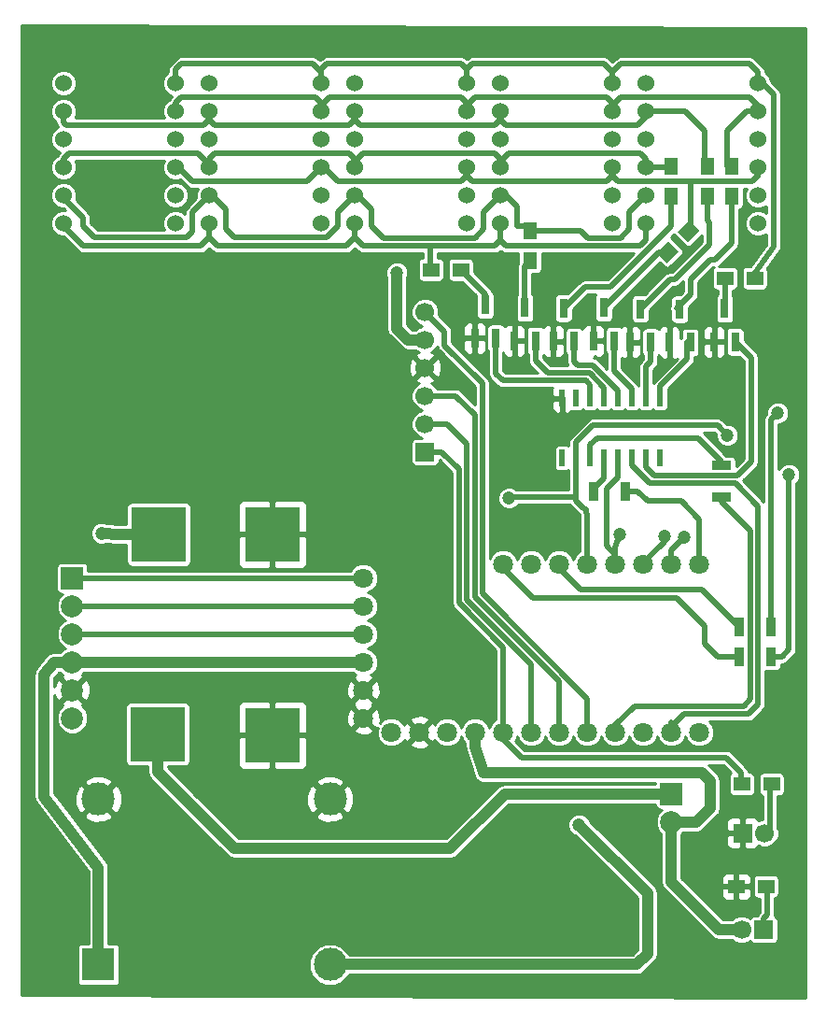
<source format=gbr>
G04 #@! TF.FileFunction,Copper,L2,Bot,Signal*
%FSLAX46Y46*%
G04 Gerber Fmt 4.6, Leading zero omitted, Abs format (unit mm)*
G04 Created by KiCad (PCBNEW 4.0.2+dfsg1-stable) date So  7. júl 2018, 04:35:51 CEST*
%MOMM*%
G01*
G04 APERTURE LIST*
%ADD10C,0.100000*%
%ADD11C,1.524000*%
%ADD12R,1.500000X1.300000*%
%ADD13R,1.300000X1.500000*%
%ADD14R,0.600000X1.500000*%
%ADD15R,5.000000X5.000000*%
%ADD16C,1.800000*%
%ADD17R,1.700000X0.900000*%
%ADD18R,0.900000X1.700000*%
%ADD19R,1.700000X1.700000*%
%ADD20C,1.700000*%
%ADD21R,3.000000X3.000000*%
%ADD22C,3.000000*%
%ADD23R,2.000000X2.000000*%
%ADD24C,2.000000*%
%ADD25R,0.800100X1.800860*%
%ADD26C,1.200000*%
%ADD27C,1.000000*%
%ADD28C,0.500000*%
%ADD29C,0.400000*%
%ADD30C,0.254000*%
G04 APERTURE END LIST*
D10*
D11*
X173990000Y-57912000D03*
X173990000Y-60452000D03*
X173990000Y-62992000D03*
X173990000Y-65532000D03*
X173990000Y-68072000D03*
X173990000Y-70612000D03*
X184150000Y-70612000D03*
X184150000Y-68072000D03*
X184150000Y-65532000D03*
X184150000Y-62992000D03*
X184150000Y-60452000D03*
X184150000Y-57912000D03*
D12*
X183849000Y-75575160D03*
X181149000Y-75575160D03*
D13*
X181737000Y-65452000D03*
X181737000Y-68152000D03*
X179578000Y-65452000D03*
X179578000Y-68152000D03*
D10*
G36*
X177936305Y-70318457D02*
X178855543Y-71237695D01*
X177794883Y-72298355D01*
X176875645Y-71379117D01*
X177936305Y-70318457D01*
X177936305Y-70318457D01*
G37*
G36*
X176027117Y-72227645D02*
X176946355Y-73146883D01*
X175885695Y-74207543D01*
X174966457Y-73288305D01*
X176027117Y-72227645D01*
X176027117Y-72227645D01*
G37*
D13*
X176276000Y-65452000D03*
X176276000Y-68152000D03*
X163449000Y-71294000D03*
X163449000Y-73994000D03*
D12*
X154479000Y-74803000D03*
X157179000Y-74803000D03*
D11*
X121158000Y-57912000D03*
X121158000Y-60452000D03*
X121158000Y-62992000D03*
X121158000Y-65532000D03*
X121158000Y-68072000D03*
X121158000Y-70612000D03*
X131318000Y-70612000D03*
X131318000Y-68072000D03*
X131318000Y-65532000D03*
X131318000Y-62992000D03*
X131318000Y-60452000D03*
X131318000Y-57912000D03*
X147574000Y-57912000D03*
X147574000Y-60452000D03*
X147574000Y-62992000D03*
X147574000Y-65532000D03*
X147574000Y-68072000D03*
X147574000Y-70612000D03*
X157734000Y-70612000D03*
X157734000Y-68072000D03*
X157734000Y-65532000D03*
X157734000Y-62992000D03*
X157734000Y-60452000D03*
X157734000Y-57912000D03*
X160782000Y-57912000D03*
X160782000Y-60452000D03*
X160782000Y-62992000D03*
X160782000Y-65532000D03*
X160782000Y-68072000D03*
X160782000Y-70612000D03*
X170942000Y-70612000D03*
X170942000Y-68072000D03*
X170942000Y-65532000D03*
X170942000Y-62992000D03*
X170942000Y-60452000D03*
X170942000Y-57912000D03*
X134366000Y-57912000D03*
X134366000Y-60452000D03*
X134366000Y-62992000D03*
X134366000Y-65532000D03*
X134366000Y-68072000D03*
X134366000Y-70612000D03*
X144526000Y-70612000D03*
X144526000Y-68072000D03*
X144526000Y-65532000D03*
X144526000Y-62992000D03*
X144526000Y-60452000D03*
X144526000Y-57912000D03*
D14*
X175260000Y-91854000D03*
X173990000Y-91854000D03*
X172720000Y-91854000D03*
X171450000Y-91854000D03*
X170180000Y-91854000D03*
X168910000Y-91854000D03*
X167640000Y-91854000D03*
X166370000Y-91854000D03*
X166370000Y-86454000D03*
X167640000Y-86454000D03*
X168910000Y-86454000D03*
X170180000Y-86454000D03*
X171450000Y-86454000D03*
X172720000Y-86454000D03*
X173990000Y-86454000D03*
X175260000Y-86454000D03*
D15*
X129775000Y-98785000D03*
X140075000Y-98785000D03*
X140075000Y-116985000D03*
X129675000Y-116885000D03*
D16*
X161036000Y-101473000D03*
X163576000Y-101473000D03*
X166116000Y-101473000D03*
X168656000Y-101473000D03*
X171196000Y-101473000D03*
X173736000Y-101473000D03*
X176276000Y-101473000D03*
X178816000Y-101473000D03*
X178816000Y-116713000D03*
X176276000Y-116713000D03*
X173736000Y-116713000D03*
X171196000Y-116713000D03*
X168656000Y-116713000D03*
X166116000Y-116713000D03*
X163576000Y-116713000D03*
X161036000Y-116713000D03*
X158496000Y-116713000D03*
X155956000Y-116713000D03*
X153416000Y-116713000D03*
X150876000Y-116713000D03*
X148336000Y-115443000D03*
X148336000Y-112903000D03*
X148336000Y-110363000D03*
X148336000Y-107823000D03*
X148336000Y-105283000D03*
X148336000Y-102743000D03*
D17*
X180848000Y-92530000D03*
X180848000Y-95430000D03*
D18*
X169238000Y-94869000D03*
X172138000Y-94869000D03*
X185346000Y-109855000D03*
X182446000Y-109855000D03*
X185346000Y-107188000D03*
X182446000Y-107188000D03*
D19*
X153924000Y-91313000D03*
D20*
X153924000Y-88773000D03*
X153924000Y-86233000D03*
X153924000Y-83693000D03*
X153924000Y-81153000D03*
X153924000Y-78613000D03*
D21*
X124301000Y-137777000D03*
D22*
X124301000Y-122777000D03*
X145301000Y-122777000D03*
X145301000Y-137777000D03*
D23*
X121920000Y-102743000D03*
D24*
X121920000Y-105283000D03*
X121920000Y-107823000D03*
X121920000Y-110363000D03*
X121920000Y-112903000D03*
X121920000Y-115443000D03*
D23*
X176276000Y-122301000D03*
D24*
X176276000Y-124841000D03*
D19*
X182753000Y-125857000D03*
D20*
X184753000Y-125857000D03*
D19*
X184658000Y-134620000D03*
D20*
X182658000Y-134620000D03*
D12*
X182165000Y-130683000D03*
X184865000Y-130683000D03*
X182673000Y-121412000D03*
X185373000Y-121412000D03*
D25*
X182057080Y-81328260D03*
X180157080Y-81328260D03*
X181107080Y-78325980D03*
X177988000Y-81384140D03*
X176088000Y-81384140D03*
X177038000Y-78381860D03*
X174406600Y-81353660D03*
X172506600Y-81353660D03*
X173456600Y-78351380D03*
X171094440Y-81241900D03*
X169194440Y-81241900D03*
X170144440Y-78239620D03*
X167441920Y-81292700D03*
X165541920Y-81292700D03*
X166491920Y-78290420D03*
X163941800Y-81241900D03*
X162041800Y-81241900D03*
X162991800Y-78239620D03*
X160340080Y-81003140D03*
X158440080Y-81003140D03*
X159390080Y-78000860D03*
D26*
X151384000Y-75057000D03*
X122301000Y-93853000D03*
X169291000Y-133858000D03*
X181483000Y-87884000D03*
X161036000Y-87249000D03*
X186944000Y-93345000D03*
X171577000Y-98806000D03*
X181356000Y-89789000D03*
X161544000Y-95504000D03*
X175641000Y-98933000D03*
X177419000Y-99060000D03*
X185928000Y-87757000D03*
X167894000Y-125095000D03*
X124587000Y-98679000D03*
D27*
X176276000Y-124841000D02*
X176276000Y-130302000D01*
X180594000Y-134620000D02*
X182658000Y-134620000D01*
X176276000Y-130302000D02*
X180594000Y-134620000D01*
X178816000Y-120396000D02*
X179070000Y-120396000D01*
X158496000Y-117983000D02*
X159258000Y-120396000D01*
X159258000Y-120396000D02*
X178816000Y-120396000D01*
X158496000Y-116713000D02*
X158496000Y-117983000D01*
X178562000Y-124841000D02*
X176276000Y-124841000D01*
X179832000Y-123571000D02*
X178562000Y-124841000D01*
X179832000Y-121158000D02*
X179832000Y-123571000D01*
X179070000Y-120396000D02*
X179832000Y-121158000D01*
X153924000Y-81153000D02*
X152400000Y-81153000D01*
X151384000Y-80137000D02*
X151384000Y-75057000D01*
X152400000Y-81153000D02*
X151384000Y-80137000D01*
X169926000Y-133350000D02*
X170053000Y-133350000D01*
X169545000Y-133731000D02*
X169926000Y-133350000D01*
X169418000Y-133731000D02*
X169545000Y-133731000D01*
X169291000Y-133858000D02*
X169418000Y-133731000D01*
D28*
X161036000Y-87249000D02*
X161798000Y-86487000D01*
X161798000Y-86487000D02*
X166337000Y-86487000D01*
X166337000Y-86487000D02*
X166370000Y-86454000D01*
X181483000Y-87884000D02*
X181229000Y-87884000D01*
X161036000Y-87249000D02*
X161163000Y-87376000D01*
X173990000Y-91854000D02*
X173990000Y-92710000D01*
X183515000Y-82786180D02*
X182057080Y-81328260D01*
X183515000Y-92202000D02*
X183515000Y-82786180D01*
X182245000Y-93472000D02*
X183515000Y-92202000D01*
X174752000Y-93472000D02*
X182245000Y-93472000D01*
X173990000Y-92710000D02*
X174752000Y-93472000D01*
X175260000Y-86454000D02*
X175260000Y-85344000D01*
X177718760Y-82885240D02*
X177718760Y-81343500D01*
X175260000Y-85344000D02*
X177718760Y-82885240D01*
X173990000Y-86454000D02*
X173990000Y-83566000D01*
X174406600Y-83149400D02*
X174406600Y-81353660D01*
X173990000Y-83566000D02*
X174406600Y-83149400D01*
X185346000Y-109855000D02*
X186309000Y-109855000D01*
X186944000Y-109220000D02*
X186944000Y-93345000D01*
X186309000Y-109855000D02*
X186944000Y-109220000D01*
X172720000Y-86454000D02*
X172720000Y-85598000D01*
X171094440Y-83972440D02*
X171094440Y-81241900D01*
X172720000Y-85598000D02*
X171094440Y-83972440D01*
X171450000Y-86454000D02*
X171450000Y-85766936D01*
X171450000Y-85766936D02*
X169122064Y-83439000D01*
X169122064Y-83439000D02*
X167767000Y-83439000D01*
X167767000Y-83439000D02*
X167441920Y-83113920D01*
X167441920Y-83113920D02*
X167441920Y-81292700D01*
X170180000Y-86454000D02*
X170180000Y-85486888D01*
X163941800Y-83042800D02*
X163941800Y-81241900D01*
X165055318Y-84156318D02*
X163941800Y-83042800D01*
X168849430Y-84156318D02*
X165055318Y-84156318D01*
X170180000Y-85486888D02*
X168849430Y-84156318D01*
X170180000Y-86454000D02*
X170180000Y-85750400D01*
X170180000Y-86454000D02*
X170180000Y-85852000D01*
X168910000Y-86454000D02*
X168910000Y-85206840D01*
X160340080Y-84216280D02*
X160340080Y-81003140D01*
X160980120Y-84856320D02*
X160340080Y-84216280D01*
X168559480Y-84856320D02*
X160980120Y-84856320D01*
X168910000Y-85206840D02*
X168559480Y-84856320D01*
X168910000Y-86454000D02*
X168910000Y-85852000D01*
X184150000Y-57912000D02*
X184531000Y-57912000D01*
X184531000Y-57912000D02*
X185547000Y-58928000D01*
X185547000Y-72724000D02*
X183443880Y-75636120D01*
X185547000Y-58928000D02*
X185547000Y-72724000D01*
X131318000Y-57912000D02*
X131318000Y-56642000D01*
X144526000Y-56896000D02*
X143764000Y-56134000D01*
X143764000Y-56134000D02*
X131826000Y-56134000D01*
X131826000Y-56134000D02*
X131318000Y-56642000D01*
X144526000Y-56896000D02*
X144526000Y-57912000D01*
X157734000Y-57912000D02*
X157734000Y-56642000D01*
X157734000Y-56642000D02*
X157226000Y-56134000D01*
X144526000Y-56642000D02*
X144526000Y-57912000D01*
X145034000Y-56134000D02*
X144526000Y-56642000D01*
X157226000Y-56134000D02*
X145034000Y-56134000D01*
X170942000Y-57912000D02*
X170942000Y-56896000D01*
X170942000Y-56896000D02*
X171704000Y-56134000D01*
X184150000Y-56896000D02*
X184150000Y-57912000D01*
X183388000Y-56134000D02*
X184150000Y-56896000D01*
X171704000Y-56134000D02*
X183388000Y-56134000D01*
X170180000Y-56134000D02*
X158242000Y-56134000D01*
X170942000Y-56896000D02*
X170180000Y-56134000D01*
X158242000Y-56134000D02*
X157734000Y-56642000D01*
X144593235Y-58024059D02*
X144526000Y-57912000D01*
X184150000Y-60452000D02*
X183134000Y-60452000D01*
X181356000Y-62230000D02*
X181356000Y-65452000D01*
X183134000Y-60452000D02*
X181356000Y-62230000D01*
X170942000Y-60452000D02*
X170942000Y-59944000D01*
X170942000Y-59944000D02*
X171704000Y-59182000D01*
X183388000Y-59182000D02*
X184150000Y-59944000D01*
X171704000Y-59182000D02*
X183388000Y-59182000D01*
X184150000Y-59944000D02*
X184150000Y-60452000D01*
X157734000Y-60452000D02*
X157734000Y-59944000D01*
X157734000Y-59944000D02*
X158496000Y-59182000D01*
X170434000Y-59182000D02*
X170942000Y-59690000D01*
X158496000Y-59182000D02*
X170434000Y-59182000D01*
X170942000Y-59690000D02*
X170942000Y-60452000D01*
X144526000Y-60452000D02*
X144526000Y-59944000D01*
X144526000Y-59944000D02*
X145288000Y-59182000D01*
X157226000Y-59182000D02*
X157734000Y-59690000D01*
X145288000Y-59182000D02*
X157226000Y-59182000D01*
X157734000Y-59690000D02*
X157734000Y-60452000D01*
X131318000Y-60452000D02*
X131318000Y-59690000D01*
X131318000Y-59690000D02*
X131826000Y-59182000D01*
X144018000Y-59182000D02*
X144526000Y-59690000D01*
X131826000Y-59182000D02*
X144018000Y-59182000D01*
X144526000Y-59690000D02*
X144526000Y-60452000D01*
X131318000Y-60452000D02*
X131064000Y-60452000D01*
X173990000Y-60452000D02*
X177546000Y-60452000D01*
X179324000Y-62230000D02*
X179324000Y-65452000D01*
X177546000Y-60452000D02*
X179324000Y-62230000D01*
X160782000Y-60452000D02*
X160782000Y-61214000D01*
X160782000Y-61214000D02*
X161290000Y-61722000D01*
X173228000Y-61722000D02*
X173990000Y-60960000D01*
X161290000Y-61722000D02*
X173228000Y-61722000D01*
X173990000Y-60960000D02*
X173990000Y-60452000D01*
X147574000Y-60452000D02*
X147574000Y-61214000D01*
X147574000Y-61214000D02*
X148082000Y-61722000D01*
X148082000Y-61722000D02*
X160274000Y-61722000D01*
X160274000Y-61722000D02*
X160782000Y-61214000D01*
X134366000Y-60452000D02*
X134366000Y-61214000D01*
X134366000Y-61214000D02*
X134874000Y-61722000D01*
X134874000Y-61722000D02*
X147066000Y-61722000D01*
X147066000Y-61722000D02*
X147574000Y-61214000D01*
X121158000Y-60452000D02*
X121158000Y-61468000D01*
X121158000Y-61468000D02*
X121412000Y-61722000D01*
X121412000Y-61722000D02*
X133858000Y-61722000D01*
X133858000Y-61722000D02*
X134366000Y-61214000D01*
X121158000Y-60452000D02*
X121158000Y-61214000D01*
D29*
X184150000Y-65532000D02*
X184150000Y-66294000D01*
X170942000Y-65532000D02*
X170942000Y-66294000D01*
D28*
X170942000Y-66294000D02*
X171450000Y-66802000D01*
X183642000Y-66802000D02*
X184150000Y-66294000D01*
X158242000Y-66802000D02*
X170434000Y-66802000D01*
X157734000Y-66294000D02*
X158242000Y-66802000D01*
X170434000Y-66802000D02*
X170942000Y-66294000D01*
D29*
X157734000Y-65532000D02*
X157734000Y-66294000D01*
X131318000Y-65532000D02*
X131572000Y-65532000D01*
D28*
X131572000Y-65532000D02*
X132842000Y-66802000D01*
X143256000Y-66802000D02*
X144526000Y-65532000D01*
X132842000Y-66802000D02*
X143256000Y-66802000D01*
D29*
X144526000Y-65532000D02*
X144780000Y-65532000D01*
D28*
X144780000Y-65532000D02*
X146050000Y-66802000D01*
X146050000Y-66802000D02*
X157226000Y-66802000D01*
X157226000Y-66802000D02*
X157734000Y-66294000D01*
X178054000Y-66802000D02*
X178054000Y-70739000D01*
X178054000Y-70739000D02*
X177927000Y-70866000D01*
X171450000Y-66802000D02*
X178054000Y-66802000D01*
X178054000Y-66802000D02*
X183642000Y-66802000D01*
X173990000Y-65532000D02*
X176196000Y-65532000D01*
X176196000Y-65532000D02*
X176276000Y-65452000D01*
X160782000Y-65532000D02*
X160782000Y-65024000D01*
X160782000Y-65024000D02*
X161544000Y-64262000D01*
X173482000Y-64262000D02*
X173990000Y-64770000D01*
X161544000Y-64262000D02*
X173482000Y-64262000D01*
X173990000Y-64770000D02*
X173990000Y-65532000D01*
X147574000Y-65532000D02*
X147574000Y-65024000D01*
X147574000Y-65024000D02*
X148336000Y-64262000D01*
X160274000Y-64262000D02*
X160782000Y-64770000D01*
X148336000Y-64262000D02*
X160274000Y-64262000D01*
X160782000Y-64770000D02*
X160782000Y-65532000D01*
X134366000Y-65532000D02*
X134366000Y-64770000D01*
X134366000Y-64770000D02*
X134874000Y-64262000D01*
X147066000Y-64262000D02*
X147574000Y-64770000D01*
X134874000Y-64262000D02*
X147066000Y-64262000D01*
X147574000Y-64770000D02*
X147574000Y-65532000D01*
X121158000Y-65532000D02*
X121158000Y-64770000D01*
X121158000Y-64770000D02*
X121666000Y-64262000D01*
X121666000Y-64262000D02*
X133350000Y-64262000D01*
X133350000Y-64262000D02*
X134366000Y-65278000D01*
X134366000Y-65278000D02*
X134366000Y-65532000D01*
X160274000Y-65532000D02*
X160782000Y-65532000D01*
X168717998Y-71943998D02*
X171642002Y-71943998D01*
X172466000Y-71120000D02*
X172466000Y-69596000D01*
X173990000Y-68072000D02*
X172466000Y-69596000D01*
X168068000Y-71294000D02*
X168717998Y-71943998D01*
X168068000Y-71294000D02*
X163449000Y-71294000D01*
X171642002Y-71943998D02*
X172466000Y-71120000D01*
X162306000Y-70866000D02*
X163021000Y-70866000D01*
X163021000Y-70866000D02*
X163449000Y-71294000D01*
X160782000Y-68072000D02*
X161290000Y-68072000D01*
X161290000Y-68072000D02*
X162306000Y-69088000D01*
X162306000Y-69088000D02*
X162306000Y-70866000D01*
X147574000Y-68072000D02*
X147828000Y-68072000D01*
X147828000Y-68072000D02*
X149098000Y-69342000D01*
X159258000Y-69596000D02*
X160782000Y-68072000D01*
X159258000Y-71120000D02*
X159258000Y-69596000D01*
X158434002Y-71943998D02*
X159258000Y-71120000D01*
X150175998Y-71943998D02*
X158434002Y-71943998D01*
X149098000Y-70866000D02*
X150175998Y-71943998D01*
X149098000Y-69342000D02*
X149098000Y-70866000D01*
X134366000Y-68072000D02*
X134620000Y-68072000D01*
X134620000Y-68072000D02*
X135890000Y-69342000D01*
X146050000Y-69596000D02*
X147574000Y-68072000D01*
X146050000Y-70866000D02*
X146050000Y-69596000D01*
X145034000Y-71882000D02*
X146050000Y-70866000D01*
X136652000Y-71882000D02*
X145034000Y-71882000D01*
X135890000Y-71120000D02*
X136652000Y-71882000D01*
X135890000Y-69342000D02*
X135890000Y-71120000D01*
X121158000Y-68072000D02*
X121158000Y-68326000D01*
X121158000Y-68326000D02*
X122936000Y-70104000D01*
X132842000Y-69596000D02*
X134366000Y-68072000D01*
X132842000Y-71374000D02*
X132842000Y-69596000D01*
X132334000Y-71882000D02*
X132842000Y-71374000D01*
X123952000Y-71882000D02*
X132334000Y-71882000D01*
X122936000Y-70866000D02*
X123952000Y-71882000D01*
X122936000Y-70104000D02*
X122936000Y-70866000D01*
X154432000Y-72644000D02*
X154432000Y-74756000D01*
X154432000Y-74756000D02*
X154479000Y-74803000D01*
X173990000Y-70612000D02*
X173990000Y-72136000D01*
X161290000Y-72644000D02*
X160782000Y-72136000D01*
X173482000Y-72644000D02*
X161290000Y-72644000D01*
X173990000Y-72136000D02*
X173482000Y-72644000D01*
X160782000Y-70612000D02*
X160782000Y-72136000D01*
X148336000Y-72644000D02*
X147574000Y-71882000D01*
X160274000Y-72644000D02*
X154432000Y-72644000D01*
X154432000Y-72644000D02*
X148336000Y-72644000D01*
X160782000Y-72136000D02*
X160274000Y-72644000D01*
X147574000Y-70612000D02*
X147574000Y-71882000D01*
X135128000Y-72644000D02*
X134366000Y-71882000D01*
X147574000Y-71882000D02*
X146812000Y-72644000D01*
X146812000Y-72644000D02*
X135128000Y-72644000D01*
X160782000Y-70612000D02*
X160782000Y-71120000D01*
X134366000Y-70612000D02*
X134366000Y-71882000D01*
X121158000Y-70612000D02*
X121158000Y-70866000D01*
X121158000Y-70866000D02*
X122936000Y-72644000D01*
X133604000Y-72644000D02*
X134366000Y-71882000D01*
X122936000Y-72644000D02*
X133604000Y-72644000D01*
X158430998Y-104429950D02*
X158430998Y-87945998D01*
X166116000Y-112114952D02*
X158430998Y-104429950D01*
X166116000Y-116713000D02*
X166116000Y-112114952D01*
X156718000Y-86233000D02*
X153924000Y-86233000D01*
X158430998Y-87945998D02*
X156718000Y-86233000D01*
X157730996Y-104719900D02*
X157730996Y-90547996D01*
X163576000Y-110564904D02*
X157730996Y-104719900D01*
X163576000Y-116713000D02*
X163576000Y-110564904D01*
X155956000Y-88773000D02*
X153924000Y-88773000D01*
X157730996Y-90547996D02*
X155956000Y-88773000D01*
X171196000Y-99949000D02*
X171577000Y-98806000D01*
X171196000Y-99949000D02*
X171196000Y-101473000D01*
X170372002Y-99822000D02*
X170372002Y-94676998D01*
X171196000Y-100645998D02*
X170372002Y-99822000D01*
X171450000Y-93599000D02*
X171450000Y-91854000D01*
X170372002Y-94676998D02*
X171450000Y-93599000D01*
X171196000Y-101600000D02*
X171196000Y-100645998D01*
X167640000Y-90424000D02*
X169164000Y-88900000D01*
X169164000Y-88900000D02*
X180467000Y-88900000D01*
X180467000Y-88900000D02*
X181356000Y-89789000D01*
X167640000Y-91854000D02*
X167640000Y-90424000D01*
X168656000Y-101473000D02*
X168656000Y-100711000D01*
X168656000Y-100711000D02*
X168656000Y-97282000D01*
X168656000Y-101600000D02*
X168656000Y-100838000D01*
X161671000Y-95377000D02*
X167640000Y-95377000D01*
X161544000Y-95504000D02*
X161671000Y-95377000D01*
X167640000Y-95377000D02*
X167640000Y-95758000D01*
X167640000Y-95758000D02*
X168275000Y-96393000D01*
X168275000Y-96393000D02*
X168529000Y-96520000D01*
X168529000Y-96520000D02*
X168656000Y-97282000D01*
X167640000Y-95377000D02*
X167640000Y-91854000D01*
X173736000Y-101473000D02*
X173736000Y-101346000D01*
X173736000Y-101346000D02*
X175641000Y-99441000D01*
X175641000Y-99441000D02*
X175641000Y-98933000D01*
X176276000Y-101473000D02*
X176276000Y-100203000D01*
X176276000Y-100203000D02*
X177419000Y-99060000D01*
X172138000Y-94869000D02*
X173228000Y-94869000D01*
X178816000Y-97409000D02*
X178816000Y-101473000D01*
X177165000Y-95758000D02*
X178816000Y-97409000D01*
X174117000Y-95758000D02*
X177165000Y-95758000D01*
X173228000Y-94869000D02*
X174117000Y-95758000D01*
X184150000Y-114173000D02*
X184150000Y-96266000D01*
X174335050Y-94172002D02*
X182056002Y-94172002D01*
X174335050Y-94172002D02*
X172720000Y-92556952D01*
X184150000Y-96266000D02*
X182056002Y-94172002D01*
X176276000Y-116713000D02*
X176276000Y-116205000D01*
X176276000Y-116205000D02*
X177419000Y-115062000D01*
X183261000Y-115062000D02*
X184150000Y-114173000D01*
X177419000Y-115062000D02*
X183261000Y-115062000D01*
X176276000Y-116713000D02*
X176276000Y-115824000D01*
X172720000Y-91854000D02*
X172720000Y-92556952D01*
X183449998Y-113730002D02*
X183449998Y-98425000D01*
X183449998Y-98425000D02*
X180848000Y-95823002D01*
X171196000Y-116713000D02*
X171196000Y-116078000D01*
X171196000Y-116078000D02*
X172912002Y-114361998D01*
X172912002Y-114361998D02*
X182818002Y-114361998D01*
X182818002Y-114361998D02*
X183449998Y-113730002D01*
X180848000Y-95430000D02*
X180848000Y-95823002D01*
X161036000Y-116713000D02*
X161036000Y-117348000D01*
X161036000Y-117348000D02*
X162687000Y-118999000D01*
X182626000Y-120396000D02*
X182626000Y-121539000D01*
X181229000Y-118999000D02*
X182626000Y-120396000D01*
X162687000Y-118999000D02*
X181229000Y-118999000D01*
X157030994Y-105009850D02*
X157030994Y-92895994D01*
X161036000Y-109014856D02*
X157030994Y-105009850D01*
X161036000Y-116713000D02*
X161036000Y-109014856D01*
X155448000Y-91313000D02*
X153924000Y-91313000D01*
X157030994Y-92895994D02*
X155448000Y-91313000D01*
X159131000Y-104140000D02*
X159131000Y-85090000D01*
X168656000Y-113665000D02*
X159131000Y-104140000D01*
X168656000Y-116713000D02*
X168656000Y-113665000D01*
X155702000Y-80391000D02*
X153924000Y-78613000D01*
X155702000Y-81661000D02*
X155702000Y-80391000D01*
X159131000Y-85090000D02*
X155702000Y-81661000D01*
X185346000Y-107188000D02*
X185346000Y-88339000D01*
X185346000Y-88339000D02*
X185928000Y-87757000D01*
X180848000Y-92530000D02*
X180848000Y-92202000D01*
X180848000Y-92202000D02*
X178689000Y-90043000D01*
X178689000Y-90043000D02*
X169545000Y-90043000D01*
X169545000Y-90043000D02*
X168910000Y-90678000D01*
X168910000Y-90678000D02*
X168910000Y-91854000D01*
X169238000Y-94869000D02*
X169238000Y-94668000D01*
X169238000Y-94668000D02*
X170180000Y-93726000D01*
X170180000Y-93726000D02*
X170180000Y-91854000D01*
X161036000Y-101473000D02*
X161036000Y-101854000D01*
X161036000Y-101854000D02*
X163703000Y-104521000D01*
X163703000Y-104521000D02*
X176784000Y-104521000D01*
X176784000Y-104521000D02*
X179324000Y-107061000D01*
X179324000Y-107061000D02*
X179324000Y-108712000D01*
X179324000Y-108712000D02*
X180467000Y-109855000D01*
X180467000Y-109855000D02*
X182446000Y-109855000D01*
X166116000Y-101473000D02*
X166116000Y-101854000D01*
X166116000Y-101854000D02*
X168021000Y-103759000D01*
X168021000Y-103759000D02*
X179017000Y-103759000D01*
X179017000Y-103759000D02*
X182446000Y-107188000D01*
D27*
X161163000Y-122301000D02*
X176276000Y-122301000D01*
X129675000Y-116885000D02*
X129675000Y-120277000D01*
X156210000Y-127254000D02*
X161163000Y-122301000D01*
X161163000Y-122301000D02*
X161163000Y-122301000D01*
X136652000Y-127254000D02*
X156210000Y-127254000D01*
X129675000Y-120277000D02*
X136652000Y-127254000D01*
X173119000Y-137777000D02*
X145301000Y-137777000D01*
X174117000Y-136779000D02*
X173119000Y-137777000D01*
X174117000Y-131318000D02*
X174117000Y-136779000D01*
X167894000Y-125095000D02*
X174117000Y-131318000D01*
X129775000Y-98785000D02*
X126217000Y-98785000D01*
X126217000Y-98785000D02*
X124587000Y-98679000D01*
D28*
X121920000Y-107823000D02*
X148336000Y-107823000D01*
X121666000Y-105283000D02*
X148336000Y-105283000D01*
X121666000Y-102743000D02*
X148336000Y-102743000D01*
D27*
X121285000Y-110363000D02*
X120269000Y-110363000D01*
X124301000Y-129000000D02*
X124301000Y-137777000D01*
X119380000Y-122555000D02*
X124301000Y-129000000D01*
X119380000Y-111506000D02*
X119380000Y-122555000D01*
X120269000Y-110363000D02*
X119380000Y-111506000D01*
X121285000Y-110363000D02*
X148336000Y-110363000D01*
D28*
X185246000Y-121539000D02*
X185246000Y-125364000D01*
X185246000Y-125364000D02*
X184753000Y-125857000D01*
X184658000Y-134620000D02*
X184658000Y-133604000D01*
X184992000Y-133270000D02*
X184992000Y-130683000D01*
X184658000Y-133604000D02*
X184992000Y-133270000D01*
X181149000Y-75575160D02*
X181149000Y-78284060D01*
X181149000Y-78284060D02*
X181107080Y-78325980D01*
X181737000Y-68152000D02*
X181737000Y-72374760D01*
X178048920Y-77061060D02*
X176768760Y-78341220D01*
X178048920Y-75636120D02*
X178048920Y-77061060D01*
X179786280Y-73898760D02*
X178048920Y-75636120D01*
X180213000Y-73898760D02*
X179786280Y-73898760D01*
X181737000Y-72374760D02*
X180213000Y-73898760D01*
X179689760Y-71526400D02*
X179689760Y-72547480D01*
X179578000Y-68152000D02*
X179578000Y-70358000D01*
X179689760Y-70469760D02*
X179578000Y-70358000D01*
X179689760Y-71526400D02*
X179689760Y-70469760D01*
X176141380Y-75666600D02*
X173456600Y-78351380D01*
X176570640Y-75666600D02*
X176141380Y-75666600D01*
X179689760Y-72547480D02*
X176570640Y-75666600D01*
X173456600Y-78351380D02*
X173456600Y-78176120D01*
X175956406Y-73217594D02*
X175166466Y-73217594D01*
X175166466Y-73217594D02*
X170144440Y-78239620D01*
X176276000Y-68152000D02*
X176276000Y-70839952D01*
X168414700Y-76367640D02*
X166491920Y-78290420D01*
X170748312Y-76367640D02*
X168414700Y-76367640D01*
X176276000Y-70839952D02*
X170748312Y-76367640D01*
X162991800Y-78239620D02*
X162991800Y-74451200D01*
X162991800Y-74451200D02*
X163449000Y-73994000D01*
X159390080Y-78000860D02*
X159390080Y-77014080D01*
X159390080Y-77014080D02*
X157179000Y-74803000D01*
D30*
G36*
X187258500Y-52933599D02*
X187258960Y-52933600D01*
X188401960Y-52933600D01*
X188401960Y-140817147D01*
X117281960Y-140564051D01*
X117281960Y-111506000D01*
X118453000Y-111506000D01*
X118453000Y-122555000D01*
X118476443Y-122672856D01*
X118484016Y-122792784D01*
X118511418Y-122848686D01*
X118523564Y-122909748D01*
X118590325Y-123009663D01*
X118643215Y-123117563D01*
X123374000Y-129313440D01*
X123374000Y-135841635D01*
X122801000Y-135841635D01*
X122642763Y-135871409D01*
X122497433Y-135964927D01*
X122399936Y-136107619D01*
X122365635Y-136277000D01*
X122365635Y-139277000D01*
X122395409Y-139435237D01*
X122488927Y-139580567D01*
X122631619Y-139678064D01*
X122801000Y-139712365D01*
X125801000Y-139712365D01*
X125959237Y-139682591D01*
X126104567Y-139589073D01*
X126202064Y-139446381D01*
X126236365Y-139277000D01*
X126236365Y-138158622D01*
X143373666Y-138158622D01*
X143666416Y-138867132D01*
X144208017Y-139409678D01*
X144916014Y-139703665D01*
X145682622Y-139704334D01*
X146391132Y-139411584D01*
X146933678Y-138869983D01*
X147002600Y-138704000D01*
X173119000Y-138704000D01*
X173473748Y-138633436D01*
X173774488Y-138432488D01*
X174772488Y-137434488D01*
X174800868Y-137392014D01*
X174973436Y-137133748D01*
X175044000Y-136779000D01*
X175044000Y-131318000D01*
X174973436Y-130963252D01*
X174772488Y-130662512D01*
X168864558Y-124754582D01*
X168765156Y-124514011D01*
X168476508Y-124224860D01*
X168099179Y-124068179D01*
X167690613Y-124067822D01*
X167313011Y-124223844D01*
X167023860Y-124512492D01*
X166867179Y-124889821D01*
X166866822Y-125298387D01*
X167022844Y-125675989D01*
X167311492Y-125965140D01*
X167553765Y-126065741D01*
X173190000Y-131701976D01*
X173190000Y-136395024D01*
X172735024Y-136850000D01*
X147002989Y-136850000D01*
X146935584Y-136686868D01*
X146393983Y-136144322D01*
X145685986Y-135850335D01*
X144919378Y-135849666D01*
X144210868Y-136142416D01*
X143668322Y-136684017D01*
X143374335Y-137392014D01*
X143373666Y-138158622D01*
X126236365Y-138158622D01*
X126236365Y-136277000D01*
X126206591Y-136118763D01*
X126113073Y-135973433D01*
X125970381Y-135875936D01*
X125801000Y-135841635D01*
X125228000Y-135841635D01*
X125228000Y-129000000D01*
X125204556Y-128882142D01*
X125196984Y-128762215D01*
X125169582Y-128706312D01*
X125157436Y-128645252D01*
X125090676Y-128545338D01*
X125037785Y-128437437D01*
X121871802Y-124290970D01*
X122966635Y-124290970D01*
X123126418Y-124609739D01*
X123917187Y-124919723D01*
X124766387Y-124903497D01*
X125475582Y-124609739D01*
X125635365Y-124290970D01*
X124301000Y-122956605D01*
X122966635Y-124290970D01*
X121871802Y-124290970D01*
X120422773Y-122393187D01*
X122158277Y-122393187D01*
X122174503Y-123242387D01*
X122468261Y-123951582D01*
X122787030Y-124111365D01*
X124121395Y-122777000D01*
X124480605Y-122777000D01*
X125814970Y-124111365D01*
X126133739Y-123951582D01*
X126443723Y-123160813D01*
X126427497Y-122311613D01*
X126133739Y-121602418D01*
X125814970Y-121442635D01*
X124480605Y-122777000D01*
X124121395Y-122777000D01*
X122787030Y-121442635D01*
X122468261Y-121602418D01*
X122158277Y-122393187D01*
X120422773Y-122393187D01*
X120307000Y-122241560D01*
X120307000Y-121263030D01*
X122966635Y-121263030D01*
X124301000Y-122597395D01*
X125635365Y-121263030D01*
X125475582Y-120944261D01*
X124684813Y-120634277D01*
X123835613Y-120650503D01*
X123126418Y-120944261D01*
X122966635Y-121263030D01*
X120307000Y-121263030D01*
X120307000Y-115725603D01*
X120492752Y-115725603D01*
X120709543Y-116250275D01*
X121110614Y-116652047D01*
X121634907Y-116869752D01*
X122202603Y-116870248D01*
X122727275Y-116653457D01*
X123129047Y-116252386D01*
X123346752Y-115728093D01*
X123347248Y-115160397D01*
X123130457Y-114635725D01*
X122880170Y-114385000D01*
X126739635Y-114385000D01*
X126739635Y-119385000D01*
X126769409Y-119543237D01*
X126862927Y-119688567D01*
X127005619Y-119786064D01*
X127175000Y-119820365D01*
X128748000Y-119820365D01*
X128748000Y-120277000D01*
X128818564Y-120631748D01*
X129006847Y-120913534D01*
X129019512Y-120932488D01*
X135996512Y-127909488D01*
X136297252Y-128110436D01*
X136652000Y-128181000D01*
X156210000Y-128181000D01*
X156564748Y-128110436D01*
X156865488Y-127909488D01*
X161546976Y-123228000D01*
X174840635Y-123228000D01*
X174840635Y-123301000D01*
X174870409Y-123459237D01*
X174963927Y-123604567D01*
X175106619Y-123702064D01*
X175276000Y-123736365D01*
X175362718Y-123736365D01*
X175066953Y-124031614D01*
X174849248Y-124555907D01*
X174848752Y-125123603D01*
X175065543Y-125648275D01*
X175349000Y-125932227D01*
X175349000Y-130302000D01*
X175419564Y-130656748D01*
X175521964Y-130810000D01*
X175620512Y-130957488D01*
X179938512Y-135275488D01*
X180239252Y-135476436D01*
X180594000Y-135547000D01*
X181779007Y-135547000D01*
X181933693Y-135701957D01*
X182402875Y-135896778D01*
X182910897Y-135897221D01*
X183380417Y-135703219D01*
X183423186Y-135660525D01*
X183495927Y-135773567D01*
X183638619Y-135871064D01*
X183808000Y-135905365D01*
X185508000Y-135905365D01*
X185666237Y-135875591D01*
X185811567Y-135782073D01*
X185909064Y-135639381D01*
X185943365Y-135470000D01*
X185943365Y-133770000D01*
X185913591Y-133611763D01*
X185820073Y-133466433D01*
X185677381Y-133368936D01*
X185650407Y-133363474D01*
X185669000Y-133270000D01*
X185669000Y-131758204D01*
X185773237Y-131738591D01*
X185918567Y-131645073D01*
X186016064Y-131502381D01*
X186050365Y-131333000D01*
X186050365Y-130033000D01*
X186020591Y-129874763D01*
X185927073Y-129729433D01*
X185784381Y-129631936D01*
X185615000Y-129597635D01*
X184115000Y-129597635D01*
X183956763Y-129627409D01*
X183811433Y-129720927D01*
X183713936Y-129863619D01*
X183679635Y-130033000D01*
X183679635Y-131333000D01*
X183709409Y-131491237D01*
X183802927Y-131636567D01*
X183945619Y-131734064D01*
X184115000Y-131768365D01*
X184315000Y-131768365D01*
X184315000Y-132989578D01*
X184179289Y-133125289D01*
X184039408Y-133334635D01*
X183808000Y-133334635D01*
X183649763Y-133364409D01*
X183504433Y-133457927D01*
X183422311Y-133578117D01*
X183382307Y-133538043D01*
X182913125Y-133343222D01*
X182405103Y-133342779D01*
X181935583Y-133536781D01*
X181779091Y-133693000D01*
X180977976Y-133693000D01*
X178253726Y-130968750D01*
X180780000Y-130968750D01*
X180780000Y-131459310D01*
X180876673Y-131692699D01*
X181055302Y-131871327D01*
X181288691Y-131968000D01*
X181879250Y-131968000D01*
X182038000Y-131809250D01*
X182038000Y-130810000D01*
X182292000Y-130810000D01*
X182292000Y-131809250D01*
X182450750Y-131968000D01*
X183041309Y-131968000D01*
X183274698Y-131871327D01*
X183453327Y-131692699D01*
X183550000Y-131459310D01*
X183550000Y-130968750D01*
X183391250Y-130810000D01*
X182292000Y-130810000D01*
X182038000Y-130810000D01*
X180938750Y-130810000D01*
X180780000Y-130968750D01*
X178253726Y-130968750D01*
X177203000Y-129918024D01*
X177203000Y-129906690D01*
X180780000Y-129906690D01*
X180780000Y-130397250D01*
X180938750Y-130556000D01*
X182038000Y-130556000D01*
X182038000Y-129556750D01*
X182292000Y-129556750D01*
X182292000Y-130556000D01*
X183391250Y-130556000D01*
X183550000Y-130397250D01*
X183550000Y-129906690D01*
X183453327Y-129673301D01*
X183274698Y-129494673D01*
X183041309Y-129398000D01*
X182450750Y-129398000D01*
X182292000Y-129556750D01*
X182038000Y-129556750D01*
X181879250Y-129398000D01*
X181288691Y-129398000D01*
X181055302Y-129494673D01*
X180876673Y-129673301D01*
X180780000Y-129906690D01*
X177203000Y-129906690D01*
X177203000Y-126142750D01*
X181268000Y-126142750D01*
X181268000Y-126833309D01*
X181364673Y-127066698D01*
X181543301Y-127245327D01*
X181776690Y-127342000D01*
X182467250Y-127342000D01*
X182626000Y-127183250D01*
X182626000Y-125984000D01*
X181426750Y-125984000D01*
X181268000Y-126142750D01*
X177203000Y-126142750D01*
X177203000Y-125931941D01*
X177367227Y-125768000D01*
X178562000Y-125768000D01*
X178916748Y-125697436D01*
X179217488Y-125496488D01*
X179833285Y-124880691D01*
X181268000Y-124880691D01*
X181268000Y-125571250D01*
X181426750Y-125730000D01*
X182626000Y-125730000D01*
X182626000Y-124530750D01*
X182880000Y-124530750D01*
X182880000Y-125730000D01*
X182900000Y-125730000D01*
X182900000Y-125984000D01*
X182880000Y-125984000D01*
X182880000Y-127183250D01*
X183038750Y-127342000D01*
X183729310Y-127342000D01*
X183962699Y-127245327D01*
X184141327Y-127066698D01*
X184169944Y-126997610D01*
X184497875Y-127133778D01*
X185005897Y-127134221D01*
X185475417Y-126940219D01*
X185834957Y-126581307D01*
X186029778Y-126112125D01*
X186030221Y-125604103D01*
X185923000Y-125344609D01*
X185923000Y-122497365D01*
X186123000Y-122497365D01*
X186281237Y-122467591D01*
X186426567Y-122374073D01*
X186524064Y-122231381D01*
X186558365Y-122062000D01*
X186558365Y-120762000D01*
X186528591Y-120603763D01*
X186435073Y-120458433D01*
X186292381Y-120360936D01*
X186123000Y-120326635D01*
X184623000Y-120326635D01*
X184464763Y-120356409D01*
X184319433Y-120449927D01*
X184221936Y-120592619D01*
X184187635Y-120762000D01*
X184187635Y-122062000D01*
X184217409Y-122220237D01*
X184310927Y-122365567D01*
X184453619Y-122463064D01*
X184569000Y-122486430D01*
X184569000Y-124579839D01*
X184500103Y-124579779D01*
X184169876Y-124716226D01*
X184141327Y-124647302D01*
X183962699Y-124468673D01*
X183729310Y-124372000D01*
X183038750Y-124372000D01*
X182880000Y-124530750D01*
X182626000Y-124530750D01*
X182467250Y-124372000D01*
X181776690Y-124372000D01*
X181543301Y-124468673D01*
X181364673Y-124647302D01*
X181268000Y-124880691D01*
X179833285Y-124880691D01*
X180487488Y-124226488D01*
X180526568Y-124168000D01*
X180688436Y-123925748D01*
X180759000Y-123571000D01*
X180759000Y-121158000D01*
X180754114Y-121133436D01*
X180688437Y-120803253D01*
X180487488Y-120502512D01*
X179725488Y-119740512D01*
X179628939Y-119676000D01*
X180948578Y-119676000D01*
X181682148Y-120409571D01*
X181619433Y-120449927D01*
X181521936Y-120592619D01*
X181487635Y-120762000D01*
X181487635Y-122062000D01*
X181517409Y-122220237D01*
X181610927Y-122365567D01*
X181753619Y-122463064D01*
X181923000Y-122497365D01*
X183423000Y-122497365D01*
X183581237Y-122467591D01*
X183726567Y-122374073D01*
X183824064Y-122231381D01*
X183858365Y-122062000D01*
X183858365Y-120762000D01*
X183828591Y-120603763D01*
X183735073Y-120458433D01*
X183592381Y-120360936D01*
X183423000Y-120326635D01*
X183289202Y-120326635D01*
X183251466Y-120136923D01*
X183108028Y-119922253D01*
X183104711Y-119917288D01*
X181707711Y-118520289D01*
X181488077Y-118373534D01*
X181229000Y-118322000D01*
X162967423Y-118322000D01*
X162135682Y-117490260D01*
X162160319Y-117465666D01*
X162306109Y-117114567D01*
X162450369Y-117463703D01*
X162823334Y-117837319D01*
X163310885Y-118039769D01*
X163838798Y-118040229D01*
X164326703Y-117838631D01*
X164700319Y-117465666D01*
X164846109Y-117114567D01*
X164990369Y-117463703D01*
X165363334Y-117837319D01*
X165850885Y-118039769D01*
X166378798Y-118040229D01*
X166866703Y-117838631D01*
X167240319Y-117465666D01*
X167386109Y-117114567D01*
X167530369Y-117463703D01*
X167903334Y-117837319D01*
X168390885Y-118039769D01*
X168918798Y-118040229D01*
X169406703Y-117838631D01*
X169780319Y-117465666D01*
X169926109Y-117114567D01*
X170070369Y-117463703D01*
X170443334Y-117837319D01*
X170930885Y-118039769D01*
X171458798Y-118040229D01*
X171946703Y-117838631D01*
X172320319Y-117465666D01*
X172466109Y-117114567D01*
X172610369Y-117463703D01*
X172983334Y-117837319D01*
X173470885Y-118039769D01*
X173998798Y-118040229D01*
X174486703Y-117838631D01*
X174860319Y-117465666D01*
X175006109Y-117114567D01*
X175150369Y-117463703D01*
X175523334Y-117837319D01*
X176010885Y-118039769D01*
X176538798Y-118040229D01*
X177026703Y-117838631D01*
X177400319Y-117465666D01*
X177546109Y-117114567D01*
X177690369Y-117463703D01*
X178063334Y-117837319D01*
X178550885Y-118039769D01*
X179078798Y-118040229D01*
X179566703Y-117838631D01*
X179940319Y-117465666D01*
X180142769Y-116978115D01*
X180143229Y-116450202D01*
X179941631Y-115962297D01*
X179718723Y-115739000D01*
X183261000Y-115739000D01*
X183520077Y-115687466D01*
X183739711Y-115540711D01*
X184628711Y-114651711D01*
X184775466Y-114432077D01*
X184827000Y-114173000D01*
X184827000Y-111126392D01*
X184896000Y-111140365D01*
X185796000Y-111140365D01*
X185954237Y-111110591D01*
X186099567Y-111017073D01*
X186197064Y-110874381D01*
X186231365Y-110705000D01*
X186231365Y-110532000D01*
X186309000Y-110532000D01*
X186568077Y-110480466D01*
X186787711Y-110333711D01*
X187422712Y-109698711D01*
X187569467Y-109479076D01*
X187621000Y-109220000D01*
X187621000Y-94120312D01*
X187814140Y-93927508D01*
X187970821Y-93550179D01*
X187971178Y-93141613D01*
X187815156Y-92764011D01*
X187526508Y-92474860D01*
X187149179Y-92318179D01*
X186740613Y-92317822D01*
X186363011Y-92473844D01*
X186073860Y-92762492D01*
X186023000Y-92884976D01*
X186023000Y-88784083D01*
X186131387Y-88784178D01*
X186508989Y-88628156D01*
X186798140Y-88339508D01*
X186954821Y-87962179D01*
X186955178Y-87553613D01*
X186799156Y-87176011D01*
X186510508Y-86886860D01*
X186133179Y-86730179D01*
X185724613Y-86729822D01*
X185347011Y-86885844D01*
X185057860Y-87174492D01*
X184901179Y-87551821D01*
X184900939Y-87826639D01*
X184867289Y-87860289D01*
X184720534Y-88079923D01*
X184669000Y-88339000D01*
X184669000Y-95847585D01*
X184628711Y-95787288D01*
X182757922Y-93916500D01*
X183993711Y-92680711D01*
X184002204Y-92668000D01*
X184140466Y-92461077D01*
X184192000Y-92202000D01*
X184192000Y-82786180D01*
X184140466Y-82527103D01*
X183993711Y-82307469D01*
X182892495Y-81206253D01*
X182892495Y-80427830D01*
X182862721Y-80269593D01*
X182769203Y-80124263D01*
X182626511Y-80026766D01*
X182457130Y-79992465D01*
X181657030Y-79992465D01*
X181498793Y-80022239D01*
X181353463Y-80115757D01*
X181255966Y-80258449D01*
X181221665Y-80427830D01*
X181221665Y-82228690D01*
X181251439Y-82386927D01*
X181344957Y-82532257D01*
X181487649Y-82629754D01*
X181657030Y-82664055D01*
X182435453Y-82664055D01*
X182838000Y-83066602D01*
X182838000Y-91921578D01*
X182133365Y-92626213D01*
X182133365Y-92080000D01*
X182103591Y-91921763D01*
X182010073Y-91776433D01*
X181867381Y-91678936D01*
X181698000Y-91644635D01*
X181248057Y-91644635D01*
X179180422Y-89577000D01*
X180186578Y-89577000D01*
X180329060Y-89719482D01*
X180328822Y-89992387D01*
X180484844Y-90369989D01*
X180773492Y-90659140D01*
X181150821Y-90815821D01*
X181559387Y-90816178D01*
X181936989Y-90660156D01*
X182226140Y-90371508D01*
X182382821Y-89994179D01*
X182383178Y-89585613D01*
X182227156Y-89208011D01*
X181938508Y-88918860D01*
X181561179Y-88762179D01*
X181286361Y-88761939D01*
X180945711Y-88421289D01*
X180823317Y-88339508D01*
X180726077Y-88274534D01*
X180467000Y-88223000D01*
X169164000Y-88223000D01*
X168904923Y-88274534D01*
X168875358Y-88294289D01*
X168685288Y-88421289D01*
X167161289Y-89945289D01*
X167014534Y-90164923D01*
X166963000Y-90424000D01*
X166963000Y-90787401D01*
X166839381Y-90702936D01*
X166670000Y-90668635D01*
X166070000Y-90668635D01*
X165911763Y-90698409D01*
X165766433Y-90791927D01*
X165668936Y-90934619D01*
X165634635Y-91104000D01*
X165634635Y-92604000D01*
X165664409Y-92762237D01*
X165757927Y-92907567D01*
X165900619Y-93005064D01*
X166070000Y-93039365D01*
X166670000Y-93039365D01*
X166828237Y-93009591D01*
X166963000Y-92922873D01*
X166963000Y-94700000D01*
X162192533Y-94700000D01*
X162126508Y-94633860D01*
X161749179Y-94477179D01*
X161340613Y-94476822D01*
X160963011Y-94632844D01*
X160673860Y-94921492D01*
X160517179Y-95298821D01*
X160516822Y-95707387D01*
X160672844Y-96084989D01*
X160961492Y-96374140D01*
X161338821Y-96530821D01*
X161747387Y-96531178D01*
X162124989Y-96375156D01*
X162414140Y-96086508D01*
X162427639Y-96054000D01*
X167039205Y-96054000D01*
X167080378Y-96115619D01*
X167161289Y-96236711D01*
X167796289Y-96871712D01*
X167886519Y-96932001D01*
X167915014Y-96954117D01*
X167979000Y-97338032D01*
X167979000Y-100316916D01*
X167905297Y-100347369D01*
X167531681Y-100720334D01*
X167385891Y-101071433D01*
X167241631Y-100722297D01*
X166868666Y-100348681D01*
X166381115Y-100146231D01*
X165853202Y-100145771D01*
X165365297Y-100347369D01*
X164991681Y-100720334D01*
X164845891Y-101071433D01*
X164701631Y-100722297D01*
X164328666Y-100348681D01*
X163841115Y-100146231D01*
X163313202Y-100145771D01*
X162825297Y-100347369D01*
X162451681Y-100720334D01*
X162305891Y-101071433D01*
X162161631Y-100722297D01*
X161788666Y-100348681D01*
X161301115Y-100146231D01*
X160773202Y-100145771D01*
X160285297Y-100347369D01*
X159911681Y-100720334D01*
X159808000Y-100970024D01*
X159808000Y-86739750D01*
X165435000Y-86739750D01*
X165435000Y-87330309D01*
X165531673Y-87563698D01*
X165710301Y-87742327D01*
X165943690Y-87839000D01*
X166084250Y-87839000D01*
X166243000Y-87680250D01*
X166243000Y-86581000D01*
X165593750Y-86581000D01*
X165435000Y-86739750D01*
X159808000Y-86739750D01*
X159808000Y-85090000D01*
X159756466Y-84830923D01*
X159625574Y-84635029D01*
X159609711Y-84611288D01*
X156379000Y-81380578D01*
X156379000Y-81288890D01*
X157405030Y-81288890D01*
X157405030Y-82029880D01*
X157501703Y-82263269D01*
X157680332Y-82441897D01*
X157913721Y-82538570D01*
X158154330Y-82538570D01*
X158313080Y-82379820D01*
X158313080Y-81130140D01*
X158567080Y-81130140D01*
X158567080Y-82379820D01*
X158725830Y-82538570D01*
X158966439Y-82538570D01*
X159199828Y-82441897D01*
X159378457Y-82263269D01*
X159475130Y-82029880D01*
X159475130Y-81288890D01*
X159316380Y-81130140D01*
X158567080Y-81130140D01*
X158313080Y-81130140D01*
X157563780Y-81130140D01*
X157405030Y-81288890D01*
X156379000Y-81288890D01*
X156379000Y-80391000D01*
X156376349Y-80377674D01*
X156327467Y-80131924D01*
X156223549Y-79976400D01*
X157405030Y-79976400D01*
X157405030Y-80717390D01*
X157563780Y-80876140D01*
X158313080Y-80876140D01*
X158313080Y-79626460D01*
X158567080Y-79626460D01*
X158567080Y-80876140D01*
X159316380Y-80876140D01*
X159475130Y-80717390D01*
X159475130Y-80102710D01*
X159504665Y-80102710D01*
X159504665Y-81903570D01*
X159534439Y-82061807D01*
X159627957Y-82207137D01*
X159663080Y-82231135D01*
X159663080Y-84216280D01*
X159714614Y-84475357D01*
X159805441Y-84611289D01*
X159861369Y-84694991D01*
X160501409Y-85335031D01*
X160721043Y-85481786D01*
X160980120Y-85533320D01*
X165453379Y-85533320D01*
X165435000Y-85577691D01*
X165435000Y-86168250D01*
X165593750Y-86327000D01*
X166243000Y-86327000D01*
X166243000Y-86307000D01*
X166497000Y-86307000D01*
X166497000Y-86327000D01*
X166517000Y-86327000D01*
X166517000Y-86581000D01*
X166497000Y-86581000D01*
X166497000Y-87680250D01*
X166655750Y-87839000D01*
X166796310Y-87839000D01*
X167029699Y-87742327D01*
X167168446Y-87603579D01*
X167170619Y-87605064D01*
X167340000Y-87639365D01*
X167940000Y-87639365D01*
X168098237Y-87609591D01*
X168243567Y-87516073D01*
X168274381Y-87470975D01*
X168297927Y-87507567D01*
X168440619Y-87605064D01*
X168610000Y-87639365D01*
X169210000Y-87639365D01*
X169368237Y-87609591D01*
X169513567Y-87516073D01*
X169544381Y-87470975D01*
X169567927Y-87507567D01*
X169710619Y-87605064D01*
X169880000Y-87639365D01*
X170480000Y-87639365D01*
X170638237Y-87609591D01*
X170783567Y-87516073D01*
X170814381Y-87470975D01*
X170837927Y-87507567D01*
X170980619Y-87605064D01*
X171150000Y-87639365D01*
X171750000Y-87639365D01*
X171908237Y-87609591D01*
X172053567Y-87516073D01*
X172084381Y-87470975D01*
X172107927Y-87507567D01*
X172250619Y-87605064D01*
X172420000Y-87639365D01*
X173020000Y-87639365D01*
X173178237Y-87609591D01*
X173323567Y-87516073D01*
X173354381Y-87470975D01*
X173377927Y-87507567D01*
X173520619Y-87605064D01*
X173690000Y-87639365D01*
X174290000Y-87639365D01*
X174448237Y-87609591D01*
X174593567Y-87516073D01*
X174624381Y-87470975D01*
X174647927Y-87507567D01*
X174790619Y-87605064D01*
X174960000Y-87639365D01*
X175560000Y-87639365D01*
X175718237Y-87609591D01*
X175863567Y-87516073D01*
X175961064Y-87373381D01*
X175995365Y-87204000D01*
X175995365Y-85704000D01*
X175973520Y-85587902D01*
X178197471Y-83363951D01*
X178344227Y-83144316D01*
X178395760Y-82885240D01*
X178395760Y-82718484D01*
X178546287Y-82690161D01*
X178691617Y-82596643D01*
X178789114Y-82453951D01*
X178823415Y-82284570D01*
X178823415Y-81614010D01*
X179122030Y-81614010D01*
X179122030Y-82355000D01*
X179218703Y-82588389D01*
X179397332Y-82767017D01*
X179630721Y-82863690D01*
X179871330Y-82863690D01*
X180030080Y-82704940D01*
X180030080Y-81455260D01*
X180284080Y-81455260D01*
X180284080Y-82704940D01*
X180442830Y-82863690D01*
X180683439Y-82863690D01*
X180916828Y-82767017D01*
X181095457Y-82588389D01*
X181192130Y-82355000D01*
X181192130Y-81614010D01*
X181033380Y-81455260D01*
X180284080Y-81455260D01*
X180030080Y-81455260D01*
X179280780Y-81455260D01*
X179122030Y-81614010D01*
X178823415Y-81614010D01*
X178823415Y-80483710D01*
X178793641Y-80325473D01*
X178778228Y-80301520D01*
X179122030Y-80301520D01*
X179122030Y-81042510D01*
X179280780Y-81201260D01*
X180030080Y-81201260D01*
X180030080Y-79951580D01*
X180284080Y-79951580D01*
X180284080Y-81201260D01*
X181033380Y-81201260D01*
X181192130Y-81042510D01*
X181192130Y-80301520D01*
X181095457Y-80068131D01*
X180916828Y-79889503D01*
X180683439Y-79792830D01*
X180442830Y-79792830D01*
X180284080Y-79951580D01*
X180030080Y-79951580D01*
X179871330Y-79792830D01*
X179630721Y-79792830D01*
X179397332Y-79889503D01*
X179218703Y-80068131D01*
X179122030Y-80301520D01*
X178778228Y-80301520D01*
X178700123Y-80180143D01*
X178557431Y-80082646D01*
X178388050Y-80048345D01*
X177587950Y-80048345D01*
X177429713Y-80078119D01*
X177284383Y-80171637D01*
X177186886Y-80314329D01*
X177152585Y-80483710D01*
X177152585Y-80995688D01*
X177123050Y-81039890D01*
X177123050Y-80357400D01*
X177026377Y-80124011D01*
X176847748Y-79945383D01*
X176614359Y-79848710D01*
X176373750Y-79848710D01*
X176215000Y-80007460D01*
X176215000Y-81257140D01*
X176235000Y-81257140D01*
X176235000Y-81511140D01*
X176215000Y-81511140D01*
X176215000Y-82760820D01*
X176373750Y-82919570D01*
X176614359Y-82919570D01*
X176806663Y-82839915D01*
X174781289Y-84865289D01*
X174667000Y-85036334D01*
X174667000Y-83846422D01*
X174885311Y-83628112D01*
X175011671Y-83439000D01*
X175032066Y-83408477D01*
X175083600Y-83149400D01*
X175083600Y-82583291D01*
X175110217Y-82566163D01*
X175114608Y-82559736D01*
X175149623Y-82644269D01*
X175328252Y-82822897D01*
X175561641Y-82919570D01*
X175802250Y-82919570D01*
X175961000Y-82760820D01*
X175961000Y-81511140D01*
X175941000Y-81511140D01*
X175941000Y-81257140D01*
X175961000Y-81257140D01*
X175961000Y-80007460D01*
X175802250Y-79848710D01*
X175561641Y-79848710D01*
X175328252Y-79945383D01*
X175149623Y-80124011D01*
X175131058Y-80168832D01*
X175118723Y-80149663D01*
X174976031Y-80052166D01*
X174806650Y-80017865D01*
X174006550Y-80017865D01*
X173848313Y-80047639D01*
X173702983Y-80141157D01*
X173605486Y-80283849D01*
X173571185Y-80453230D01*
X173571185Y-82254090D01*
X173600959Y-82412327D01*
X173694477Y-82557657D01*
X173729600Y-82581655D01*
X173729600Y-82868977D01*
X173511289Y-83087289D01*
X173364534Y-83306923D01*
X173313000Y-83566000D01*
X173313000Y-85290334D01*
X173198711Y-85119289D01*
X171771440Y-83692018D01*
X171771440Y-82802602D01*
X171980241Y-82889090D01*
X172220850Y-82889090D01*
X172379600Y-82730340D01*
X172379600Y-81480660D01*
X172633600Y-81480660D01*
X172633600Y-82730340D01*
X172792350Y-82889090D01*
X173032959Y-82889090D01*
X173266348Y-82792417D01*
X173444977Y-82613789D01*
X173541650Y-82380400D01*
X173541650Y-81639410D01*
X173382900Y-81480660D01*
X172633600Y-81480660D01*
X172379600Y-81480660D01*
X172359600Y-81480660D01*
X172359600Y-81226660D01*
X172379600Y-81226660D01*
X172379600Y-79976980D01*
X172633600Y-79976980D01*
X172633600Y-81226660D01*
X173382900Y-81226660D01*
X173541650Y-81067910D01*
X173541650Y-80326920D01*
X173444977Y-80093531D01*
X173266348Y-79914903D01*
X173032959Y-79818230D01*
X172792350Y-79818230D01*
X172633600Y-79976980D01*
X172379600Y-79976980D01*
X172220850Y-79818230D01*
X171980241Y-79818230D01*
X171746852Y-79914903D01*
X171698017Y-79963737D01*
X171663871Y-79940406D01*
X171494490Y-79906105D01*
X170694390Y-79906105D01*
X170536153Y-79935879D01*
X170390823Y-80029397D01*
X170293326Y-80172089D01*
X170259025Y-80341470D01*
X170259025Y-82142330D01*
X170288799Y-82300567D01*
X170382317Y-82445897D01*
X170417440Y-82469895D01*
X170417440Y-83776954D01*
X169600775Y-82960289D01*
X169381141Y-82813534D01*
X169199133Y-82777330D01*
X169321442Y-82777330D01*
X169321442Y-82618582D01*
X169480190Y-82777330D01*
X169720799Y-82777330D01*
X169954188Y-82680657D01*
X170132817Y-82502029D01*
X170229490Y-82268640D01*
X170229490Y-81527650D01*
X170070740Y-81368900D01*
X169321440Y-81368900D01*
X169321440Y-81388900D01*
X169067440Y-81388900D01*
X169067440Y-81368900D01*
X169047440Y-81368900D01*
X169047440Y-81114900D01*
X169067440Y-81114900D01*
X169067440Y-79865220D01*
X169321440Y-79865220D01*
X169321440Y-81114900D01*
X170070740Y-81114900D01*
X170229490Y-80956150D01*
X170229490Y-80215160D01*
X170132817Y-79981771D01*
X169954188Y-79803143D01*
X169720799Y-79706470D01*
X169480190Y-79706470D01*
X169321440Y-79865220D01*
X169067440Y-79865220D01*
X168908690Y-79706470D01*
X168668081Y-79706470D01*
X168434692Y-79803143D01*
X168256063Y-79981771D01*
X168189163Y-80143281D01*
X168154043Y-80088703D01*
X168011351Y-79991206D01*
X167841970Y-79956905D01*
X167041870Y-79956905D01*
X166883633Y-79986679D01*
X166738303Y-80080197D01*
X166640806Y-80222889D01*
X166606505Y-80392270D01*
X166606505Y-82193130D01*
X166636279Y-82351367D01*
X166729797Y-82496697D01*
X166764920Y-82520695D01*
X166764920Y-83113920D01*
X166816454Y-83372997D01*
X166887496Y-83479318D01*
X165335740Y-83479318D01*
X164618800Y-82762378D01*
X164618800Y-82568086D01*
X164782172Y-82731457D01*
X165015561Y-82828130D01*
X165256170Y-82828130D01*
X165414920Y-82669380D01*
X165414920Y-81419700D01*
X165668920Y-81419700D01*
X165668920Y-82669380D01*
X165827670Y-82828130D01*
X166068279Y-82828130D01*
X166301668Y-82731457D01*
X166480297Y-82552829D01*
X166576970Y-82319440D01*
X166576970Y-81578450D01*
X166418220Y-81419700D01*
X165668920Y-81419700D01*
X165414920Y-81419700D01*
X165394920Y-81419700D01*
X165394920Y-81165700D01*
X165414920Y-81165700D01*
X165414920Y-79916020D01*
X165668920Y-79916020D01*
X165668920Y-81165700D01*
X166418220Y-81165700D01*
X166576970Y-81006950D01*
X166576970Y-80265960D01*
X166480297Y-80032571D01*
X166301668Y-79853943D01*
X166068279Y-79757270D01*
X165827670Y-79757270D01*
X165668920Y-79916020D01*
X165414920Y-79916020D01*
X165256170Y-79757270D01*
X165015561Y-79757270D01*
X164782172Y-79853943D01*
X164620826Y-80015289D01*
X164511231Y-79940406D01*
X164341850Y-79906105D01*
X163541750Y-79906105D01*
X163383513Y-79935879D01*
X163238183Y-80029397D01*
X163140686Y-80172089D01*
X163106385Y-80341470D01*
X163106385Y-82142330D01*
X163136159Y-82300567D01*
X163229677Y-82445897D01*
X163264800Y-82469895D01*
X163264800Y-83042800D01*
X163316334Y-83301877D01*
X163444526Y-83493729D01*
X163463089Y-83521511D01*
X164120898Y-84179320D01*
X161260542Y-84179320D01*
X161017080Y-83935858D01*
X161017080Y-82293579D01*
X161103423Y-82502029D01*
X161282052Y-82680657D01*
X161515441Y-82777330D01*
X161756050Y-82777330D01*
X161914800Y-82618580D01*
X161914800Y-81368900D01*
X162168800Y-81368900D01*
X162168800Y-82618580D01*
X162327550Y-82777330D01*
X162568159Y-82777330D01*
X162801548Y-82680657D01*
X162980177Y-82502029D01*
X163076850Y-82268640D01*
X163076850Y-81527650D01*
X162918100Y-81368900D01*
X162168800Y-81368900D01*
X161914800Y-81368900D01*
X161894800Y-81368900D01*
X161894800Y-81114900D01*
X161914800Y-81114900D01*
X161914800Y-79865220D01*
X162168800Y-79865220D01*
X162168800Y-81114900D01*
X162918100Y-81114900D01*
X163076850Y-80956150D01*
X163076850Y-80215160D01*
X162980177Y-79981771D01*
X162801548Y-79803143D01*
X162568159Y-79706470D01*
X162327550Y-79706470D01*
X162168800Y-79865220D01*
X161914800Y-79865220D01*
X161756050Y-79706470D01*
X161515441Y-79706470D01*
X161282052Y-79803143D01*
X161143763Y-79941431D01*
X161052203Y-79799143D01*
X160909511Y-79701646D01*
X160740130Y-79667345D01*
X159940030Y-79667345D01*
X159781793Y-79697119D01*
X159636463Y-79790637D01*
X159538966Y-79933329D01*
X159504665Y-80102710D01*
X159475130Y-80102710D01*
X159475130Y-79976400D01*
X159378457Y-79743011D01*
X159199828Y-79564383D01*
X158966439Y-79467710D01*
X158725830Y-79467710D01*
X158567080Y-79626460D01*
X158313080Y-79626460D01*
X158154330Y-79467710D01*
X157913721Y-79467710D01*
X157680332Y-79564383D01*
X157501703Y-79743011D01*
X157405030Y-79976400D01*
X156223549Y-79976400D01*
X156180711Y-79912289D01*
X155181932Y-78913510D01*
X155200778Y-78868125D01*
X155201221Y-78360103D01*
X155007219Y-77890583D01*
X154648307Y-77531043D01*
X154179125Y-77336222D01*
X153671103Y-77335779D01*
X153201583Y-77529781D01*
X152842043Y-77888693D01*
X152647222Y-78357875D01*
X152646779Y-78865897D01*
X152840781Y-79335417D01*
X153199693Y-79694957D01*
X153653088Y-79883223D01*
X153201583Y-80069781D01*
X153045091Y-80226000D01*
X152783976Y-80226000D01*
X152311000Y-79753024D01*
X152311000Y-75502574D01*
X152410821Y-75262179D01*
X152411178Y-74853613D01*
X152255156Y-74476011D01*
X151966508Y-74186860D01*
X151589179Y-74030179D01*
X151180613Y-74029822D01*
X150803011Y-74185844D01*
X150513860Y-74474492D01*
X150357179Y-74851821D01*
X150356822Y-75260387D01*
X150457000Y-75502836D01*
X150457000Y-80137000D01*
X150527564Y-80491748D01*
X150708935Y-80763189D01*
X150728512Y-80792488D01*
X151744512Y-81808488D01*
X152045252Y-82009436D01*
X152400000Y-82080000D01*
X153045007Y-82080000D01*
X153199693Y-82234957D01*
X153366099Y-82304055D01*
X153139920Y-82397741D01*
X153059647Y-82649042D01*
X153924000Y-83513395D01*
X154788353Y-82649042D01*
X154708080Y-82397741D01*
X154467083Y-82310318D01*
X154646417Y-82236219D01*
X155005957Y-81877307D01*
X155047923Y-81776241D01*
X155076534Y-81920077D01*
X155183391Y-82080000D01*
X155223289Y-82139711D01*
X158454000Y-85370423D01*
X158454000Y-87011578D01*
X157196711Y-85754289D01*
X157093837Y-85685551D01*
X156977077Y-85607534D01*
X156718000Y-85556000D01*
X155025985Y-85556000D01*
X155007219Y-85510583D01*
X154648307Y-85151043D01*
X154481901Y-85081945D01*
X154708080Y-84988259D01*
X154788353Y-84736958D01*
X153924000Y-83872605D01*
X153059647Y-84736958D01*
X153139920Y-84988259D01*
X153380917Y-85075682D01*
X153201583Y-85149781D01*
X152842043Y-85508693D01*
X152647222Y-85977875D01*
X152646779Y-86485897D01*
X152840781Y-86955417D01*
X153199693Y-87314957D01*
X153653088Y-87503223D01*
X153201583Y-87689781D01*
X152842043Y-88048693D01*
X152647222Y-88517875D01*
X152646779Y-89025897D01*
X152840781Y-89495417D01*
X153199693Y-89854957D01*
X153615549Y-90027635D01*
X153074000Y-90027635D01*
X152915763Y-90057409D01*
X152770433Y-90150927D01*
X152672936Y-90293619D01*
X152638635Y-90463000D01*
X152638635Y-92163000D01*
X152668409Y-92321237D01*
X152761927Y-92466567D01*
X152904619Y-92564064D01*
X153074000Y-92598365D01*
X154774000Y-92598365D01*
X154932237Y-92568591D01*
X155077567Y-92475073D01*
X155175064Y-92332381D01*
X155209365Y-92163000D01*
X155209365Y-92031787D01*
X156353994Y-93176417D01*
X156353994Y-105009850D01*
X156405528Y-105268927D01*
X156456603Y-105345366D01*
X156552283Y-105488561D01*
X160359000Y-109295278D01*
X160359000Y-115556916D01*
X160285297Y-115587369D01*
X159911681Y-115960334D01*
X159765891Y-116311433D01*
X159621631Y-115962297D01*
X159248666Y-115588681D01*
X158761115Y-115386231D01*
X158233202Y-115385771D01*
X157745297Y-115587369D01*
X157371681Y-115960334D01*
X157225891Y-116311433D01*
X157081631Y-115962297D01*
X156708666Y-115588681D01*
X156221115Y-115386231D01*
X155693202Y-115385771D01*
X155205297Y-115587369D01*
X154831681Y-115960334D01*
X154804862Y-116024920D01*
X154752643Y-115898852D01*
X154496159Y-115812446D01*
X153595605Y-116713000D01*
X154496159Y-117613554D01*
X154752643Y-117527148D01*
X154801456Y-117393728D01*
X154830369Y-117463703D01*
X155203334Y-117837319D01*
X155690885Y-118039769D01*
X156218798Y-118040229D01*
X156706703Y-117838631D01*
X157080319Y-117465666D01*
X157226109Y-117114567D01*
X157370369Y-117463703D01*
X157569000Y-117662681D01*
X157569000Y-117983000D01*
X157596578Y-118121642D01*
X157612029Y-118262149D01*
X158374029Y-120675149D01*
X158393623Y-120710827D01*
X158401564Y-120750748D01*
X158480098Y-120868282D01*
X158548143Y-120992181D01*
X158579898Y-121017644D01*
X158602512Y-121051488D01*
X158720045Y-121130021D01*
X158830326Y-121218450D01*
X158869409Y-121229823D01*
X158903252Y-121252436D01*
X159041892Y-121280013D01*
X159177618Y-121319508D01*
X159218077Y-121315059D01*
X159258000Y-121323000D01*
X174840635Y-121323000D01*
X174840635Y-121374000D01*
X161163000Y-121374000D01*
X160808253Y-121444563D01*
X160507512Y-121645512D01*
X155826024Y-126327000D01*
X137035976Y-126327000D01*
X134999946Y-124290970D01*
X143966635Y-124290970D01*
X144126418Y-124609739D01*
X144917187Y-124919723D01*
X145766387Y-124903497D01*
X146475582Y-124609739D01*
X146635365Y-124290970D01*
X145301000Y-122956605D01*
X143966635Y-124290970D01*
X134999946Y-124290970D01*
X133102163Y-122393187D01*
X143158277Y-122393187D01*
X143174503Y-123242387D01*
X143468261Y-123951582D01*
X143787030Y-124111365D01*
X145121395Y-122777000D01*
X145480605Y-122777000D01*
X146814970Y-124111365D01*
X147133739Y-123951582D01*
X147443723Y-123160813D01*
X147427497Y-122311613D01*
X147133739Y-121602418D01*
X146814970Y-121442635D01*
X145480605Y-122777000D01*
X145121395Y-122777000D01*
X143787030Y-121442635D01*
X143468261Y-121602418D01*
X143158277Y-122393187D01*
X133102163Y-122393187D01*
X131972006Y-121263030D01*
X143966635Y-121263030D01*
X145301000Y-122597395D01*
X146635365Y-121263030D01*
X146475582Y-120944261D01*
X145684813Y-120634277D01*
X144835613Y-120650503D01*
X144126418Y-120944261D01*
X143966635Y-121263030D01*
X131972006Y-121263030D01*
X130602000Y-119893024D01*
X130602000Y-119820365D01*
X132175000Y-119820365D01*
X132333237Y-119790591D01*
X132478567Y-119697073D01*
X132576064Y-119554381D01*
X132610365Y-119385000D01*
X132610365Y-117270750D01*
X136940000Y-117270750D01*
X136940000Y-119611309D01*
X137036673Y-119844698D01*
X137215301Y-120023327D01*
X137448690Y-120120000D01*
X139789250Y-120120000D01*
X139948000Y-119961250D01*
X139948000Y-117112000D01*
X140202000Y-117112000D01*
X140202000Y-119961250D01*
X140360750Y-120120000D01*
X142701310Y-120120000D01*
X142934699Y-120023327D01*
X143113327Y-119844698D01*
X143210000Y-119611309D01*
X143210000Y-117270750D01*
X143051250Y-117112000D01*
X140202000Y-117112000D01*
X139948000Y-117112000D01*
X137098750Y-117112000D01*
X136940000Y-117270750D01*
X132610365Y-117270750D01*
X132610365Y-114385000D01*
X132605415Y-114358691D01*
X136940000Y-114358691D01*
X136940000Y-116699250D01*
X137098750Y-116858000D01*
X139948000Y-116858000D01*
X139948000Y-114008750D01*
X140202000Y-114008750D01*
X140202000Y-116858000D01*
X143051250Y-116858000D01*
X143210000Y-116699250D01*
X143210000Y-116523159D01*
X147435446Y-116523159D01*
X147521852Y-116779643D01*
X148095336Y-116989458D01*
X148705460Y-116963839D01*
X149150148Y-116779643D01*
X149236554Y-116523159D01*
X148336000Y-115622605D01*
X147435446Y-116523159D01*
X143210000Y-116523159D01*
X143210000Y-115202336D01*
X146789542Y-115202336D01*
X146815161Y-115812460D01*
X146999357Y-116257148D01*
X147255841Y-116343554D01*
X148156395Y-115443000D01*
X148515605Y-115443000D01*
X149416159Y-116343554D01*
X149621242Y-116274464D01*
X149549231Y-116447885D01*
X149548771Y-116975798D01*
X149750369Y-117463703D01*
X150123334Y-117837319D01*
X150610885Y-118039769D01*
X151138798Y-118040229D01*
X151626703Y-117838631D01*
X151672254Y-117793159D01*
X152515446Y-117793159D01*
X152601852Y-118049643D01*
X153175336Y-118259458D01*
X153785460Y-118233839D01*
X154230148Y-118049643D01*
X154316554Y-117793159D01*
X153416000Y-116892605D01*
X152515446Y-117793159D01*
X151672254Y-117793159D01*
X152000319Y-117465666D01*
X152027138Y-117401080D01*
X152079357Y-117527148D01*
X152335841Y-117613554D01*
X153236395Y-116713000D01*
X152335841Y-115812446D01*
X152079357Y-115898852D01*
X152030544Y-116032272D01*
X152001631Y-115962297D01*
X151672750Y-115632841D01*
X152515446Y-115632841D01*
X153416000Y-116533395D01*
X154316554Y-115632841D01*
X154230148Y-115376357D01*
X153656664Y-115166542D01*
X153046540Y-115192161D01*
X152601852Y-115376357D01*
X152515446Y-115632841D01*
X151672750Y-115632841D01*
X151628666Y-115588681D01*
X151141115Y-115386231D01*
X150613202Y-115385771D01*
X150125297Y-115587369D01*
X149798240Y-115913856D01*
X149882458Y-115683664D01*
X149856839Y-115073540D01*
X149672643Y-114628852D01*
X149416159Y-114542446D01*
X148515605Y-115443000D01*
X148156395Y-115443000D01*
X147255841Y-114542446D01*
X146999357Y-114628852D01*
X146789542Y-115202336D01*
X143210000Y-115202336D01*
X143210000Y-114358691D01*
X143113327Y-114125302D01*
X142971185Y-113983159D01*
X147435446Y-113983159D01*
X147499401Y-114173000D01*
X147435446Y-114362841D01*
X148336000Y-115263395D01*
X149236554Y-114362841D01*
X149172599Y-114173000D01*
X149236554Y-113983159D01*
X148336000Y-113082605D01*
X147435446Y-113983159D01*
X142971185Y-113983159D01*
X142934699Y-113946673D01*
X142701310Y-113850000D01*
X140360750Y-113850000D01*
X140202000Y-114008750D01*
X139948000Y-114008750D01*
X139789250Y-113850000D01*
X137448690Y-113850000D01*
X137215301Y-113946673D01*
X137036673Y-114125302D01*
X136940000Y-114358691D01*
X132605415Y-114358691D01*
X132580591Y-114226763D01*
X132487073Y-114081433D01*
X132344381Y-113983936D01*
X132175000Y-113949635D01*
X127175000Y-113949635D01*
X127016763Y-113979409D01*
X126871433Y-114072927D01*
X126773936Y-114215619D01*
X126739635Y-114385000D01*
X122880170Y-114385000D01*
X122800589Y-114305280D01*
X122892927Y-114055532D01*
X121920000Y-113082605D01*
X120947073Y-114055532D01*
X121039532Y-114305608D01*
X120710953Y-114633614D01*
X120493248Y-115157907D01*
X120492752Y-115725603D01*
X120307000Y-115725603D01*
X120307000Y-113309840D01*
X120500613Y-113777264D01*
X120767468Y-113875927D01*
X121740395Y-112903000D01*
X122099605Y-112903000D01*
X123072532Y-113875927D01*
X123339387Y-113777264D01*
X123565908Y-113167539D01*
X123547214Y-112662336D01*
X146789542Y-112662336D01*
X146815161Y-113272460D01*
X146999357Y-113717148D01*
X147255841Y-113803554D01*
X148156395Y-112903000D01*
X148515605Y-112903000D01*
X149416159Y-113803554D01*
X149672643Y-113717148D01*
X149882458Y-113143664D01*
X149856839Y-112533540D01*
X149672643Y-112088852D01*
X149416159Y-112002446D01*
X148515605Y-112903000D01*
X148156395Y-112903000D01*
X147255841Y-112002446D01*
X146999357Y-112088852D01*
X146789542Y-112662336D01*
X123547214Y-112662336D01*
X123541856Y-112517540D01*
X123339387Y-112028736D01*
X123072532Y-111930073D01*
X122099605Y-112903000D01*
X121740395Y-112903000D01*
X120767468Y-111930073D01*
X120500613Y-112028736D01*
X120307000Y-112549883D01*
X120307000Y-111824062D01*
X120722381Y-111290000D01*
X120829059Y-111290000D01*
X121039411Y-111500720D01*
X120947073Y-111750468D01*
X121920000Y-112723395D01*
X122892927Y-111750468D01*
X122800468Y-111500392D01*
X123011227Y-111290000D01*
X147386359Y-111290000D01*
X147583334Y-111487319D01*
X147647920Y-111514138D01*
X147521852Y-111566357D01*
X147435446Y-111822841D01*
X148336000Y-112723395D01*
X149236554Y-111822841D01*
X149150148Y-111566357D01*
X149016728Y-111517544D01*
X149086703Y-111488631D01*
X149460319Y-111115666D01*
X149662769Y-110628115D01*
X149663229Y-110100202D01*
X149461631Y-109612297D01*
X149088666Y-109238681D01*
X148737567Y-109092891D01*
X149086703Y-108948631D01*
X149460319Y-108575666D01*
X149662769Y-108088115D01*
X149663229Y-107560202D01*
X149461631Y-107072297D01*
X149088666Y-106698681D01*
X148737567Y-106552891D01*
X149086703Y-106408631D01*
X149460319Y-106035666D01*
X149662769Y-105548115D01*
X149663229Y-105020202D01*
X149461631Y-104532297D01*
X149088666Y-104158681D01*
X148737567Y-104012891D01*
X149086703Y-103868631D01*
X149460319Y-103495666D01*
X149662769Y-103008115D01*
X149663229Y-102480202D01*
X149461631Y-101992297D01*
X149088666Y-101618681D01*
X148601115Y-101416231D01*
X148073202Y-101415771D01*
X147585297Y-101617369D01*
X147211681Y-101990334D01*
X147180262Y-102066000D01*
X123355365Y-102066000D01*
X123355365Y-101743000D01*
X123325591Y-101584763D01*
X123232073Y-101439433D01*
X123089381Y-101341936D01*
X122920000Y-101307635D01*
X120920000Y-101307635D01*
X120761763Y-101337409D01*
X120616433Y-101430927D01*
X120518936Y-101573619D01*
X120484635Y-101743000D01*
X120484635Y-103743000D01*
X120514409Y-103901237D01*
X120607927Y-104046567D01*
X120750619Y-104144064D01*
X120920000Y-104178365D01*
X121006718Y-104178365D01*
X120710953Y-104473614D01*
X120493248Y-104997907D01*
X120492752Y-105565603D01*
X120709543Y-106090275D01*
X121110614Y-106492047D01*
X121257118Y-106552881D01*
X121112725Y-106612543D01*
X120710953Y-107013614D01*
X120493248Y-107537907D01*
X120492752Y-108105603D01*
X120709543Y-108630275D01*
X121110614Y-109032047D01*
X121257118Y-109092881D01*
X121112725Y-109152543D01*
X120828773Y-109436000D01*
X120269000Y-109436000D01*
X120211995Y-109447339D01*
X120154020Y-109443158D01*
X120036107Y-109482325D01*
X119914252Y-109506564D01*
X119865924Y-109538856D01*
X119810765Y-109557178D01*
X119716821Y-109638483D01*
X119613512Y-109707512D01*
X119581219Y-109755841D01*
X119537271Y-109793877D01*
X118648270Y-110936877D01*
X118592589Y-111047949D01*
X118523564Y-111151252D01*
X118512225Y-111208258D01*
X118486176Y-111260220D01*
X118477239Y-111384145D01*
X118453000Y-111506000D01*
X117281960Y-111506000D01*
X117281960Y-98882387D01*
X123559822Y-98882387D01*
X123715844Y-99259989D01*
X124004492Y-99549140D01*
X124381821Y-99705821D01*
X124790387Y-99706178D01*
X124968115Y-99632742D01*
X126156844Y-99710046D01*
X126187083Y-99706049D01*
X126217000Y-99712000D01*
X126839635Y-99712000D01*
X126839635Y-101285000D01*
X126869409Y-101443237D01*
X126962927Y-101588567D01*
X127105619Y-101686064D01*
X127275000Y-101720365D01*
X132275000Y-101720365D01*
X132433237Y-101690591D01*
X132578567Y-101597073D01*
X132676064Y-101454381D01*
X132710365Y-101285000D01*
X132710365Y-99070750D01*
X136940000Y-99070750D01*
X136940000Y-101411309D01*
X137036673Y-101644698D01*
X137215301Y-101823327D01*
X137448690Y-101920000D01*
X139789250Y-101920000D01*
X139948000Y-101761250D01*
X139948000Y-98912000D01*
X140202000Y-98912000D01*
X140202000Y-101761250D01*
X140360750Y-101920000D01*
X142701310Y-101920000D01*
X142934699Y-101823327D01*
X143113327Y-101644698D01*
X143210000Y-101411309D01*
X143210000Y-99070750D01*
X143051250Y-98912000D01*
X140202000Y-98912000D01*
X139948000Y-98912000D01*
X137098750Y-98912000D01*
X136940000Y-99070750D01*
X132710365Y-99070750D01*
X132710365Y-96285000D01*
X132686599Y-96158691D01*
X136940000Y-96158691D01*
X136940000Y-98499250D01*
X137098750Y-98658000D01*
X139948000Y-98658000D01*
X139948000Y-95808750D01*
X140202000Y-95808750D01*
X140202000Y-98658000D01*
X143051250Y-98658000D01*
X143210000Y-98499250D01*
X143210000Y-96158691D01*
X143113327Y-95925302D01*
X142934699Y-95746673D01*
X142701310Y-95650000D01*
X140360750Y-95650000D01*
X140202000Y-95808750D01*
X139948000Y-95808750D01*
X139789250Y-95650000D01*
X137448690Y-95650000D01*
X137215301Y-95746673D01*
X137036673Y-95925302D01*
X136940000Y-96158691D01*
X132686599Y-96158691D01*
X132680591Y-96126763D01*
X132587073Y-95981433D01*
X132444381Y-95883936D01*
X132275000Y-95849635D01*
X127275000Y-95849635D01*
X127116763Y-95879409D01*
X126971433Y-95972927D01*
X126873936Y-96115619D01*
X126839635Y-96285000D01*
X126839635Y-97858000D01*
X126247109Y-97858000D01*
X125109723Y-97784035D01*
X124792179Y-97652179D01*
X124383613Y-97651822D01*
X124006011Y-97807844D01*
X123716860Y-98096492D01*
X123560179Y-98473821D01*
X123559822Y-98882387D01*
X117281960Y-98882387D01*
X117281960Y-83464279D01*
X152427282Y-83464279D01*
X152453685Y-84054458D01*
X152628741Y-84477080D01*
X152880042Y-84557353D01*
X153744395Y-83693000D01*
X154103605Y-83693000D01*
X154967958Y-84557353D01*
X155219259Y-84477080D01*
X155420718Y-83921721D01*
X155394315Y-83331542D01*
X155219259Y-82908920D01*
X154967958Y-82828647D01*
X154103605Y-83693000D01*
X153744395Y-83693000D01*
X152880042Y-82828647D01*
X152628741Y-82908920D01*
X152427282Y-83464279D01*
X117281960Y-83464279D01*
X117281960Y-60687469D01*
X119968794Y-60687469D01*
X120149427Y-61124635D01*
X120481000Y-61456786D01*
X120481000Y-61468000D01*
X120532534Y-61727077D01*
X120583127Y-61802794D01*
X120656558Y-61912692D01*
X120485365Y-61983427D01*
X120150603Y-62317606D01*
X119969207Y-62754456D01*
X119968794Y-63227469D01*
X120149427Y-63664635D01*
X120483606Y-63999397D01*
X120828124Y-64142453D01*
X120679290Y-64291288D01*
X120679289Y-64291289D01*
X120538982Y-64501273D01*
X120485365Y-64523427D01*
X120150603Y-64857606D01*
X119969207Y-65294456D01*
X119968794Y-65767469D01*
X120149427Y-66204635D01*
X120483606Y-66539397D01*
X120920456Y-66720793D01*
X121393469Y-66721206D01*
X121830635Y-66540573D01*
X122165397Y-66206394D01*
X122346793Y-65769544D01*
X122347206Y-65296531D01*
X122199477Y-64939000D01*
X130276805Y-64939000D01*
X130129207Y-65294456D01*
X130128794Y-65767469D01*
X130309427Y-66204635D01*
X130643606Y-66539397D01*
X131080456Y-66720793D01*
X131553469Y-66721206D01*
X131730597Y-66648019D01*
X132363289Y-67280711D01*
X132582923Y-67427466D01*
X132842000Y-67479000D01*
X133324805Y-67479000D01*
X133177207Y-67834456D01*
X133176797Y-68303780D01*
X132363289Y-69117289D01*
X132216534Y-69336923D01*
X132165000Y-69596000D01*
X132165000Y-69777510D01*
X131992394Y-69604603D01*
X131555544Y-69423207D01*
X131082531Y-69422794D01*
X130645365Y-69603427D01*
X130310603Y-69937606D01*
X130129207Y-70374456D01*
X130128794Y-70847469D01*
X130276523Y-71205000D01*
X124232422Y-71205000D01*
X123613000Y-70585578D01*
X123613000Y-70104000D01*
X123594423Y-70010607D01*
X123561467Y-69844924D01*
X123414711Y-69625289D01*
X122274080Y-68484658D01*
X122346793Y-68309544D01*
X122346794Y-68307469D01*
X130128794Y-68307469D01*
X130309427Y-68744635D01*
X130643606Y-69079397D01*
X131080456Y-69260793D01*
X131553469Y-69261206D01*
X131990635Y-69080573D01*
X132325397Y-68746394D01*
X132506793Y-68309544D01*
X132507206Y-67836531D01*
X132326573Y-67399365D01*
X131992394Y-67064603D01*
X131555544Y-66883207D01*
X131082531Y-66882794D01*
X130645365Y-67063427D01*
X130310603Y-67397606D01*
X130129207Y-67834456D01*
X130128794Y-68307469D01*
X122346794Y-68307469D01*
X122347206Y-67836531D01*
X122166573Y-67399365D01*
X121832394Y-67064603D01*
X121395544Y-66883207D01*
X120922531Y-66882794D01*
X120485365Y-67063427D01*
X120150603Y-67397606D01*
X119969207Y-67834456D01*
X119968794Y-68307469D01*
X120149427Y-68744635D01*
X120483606Y-69079397D01*
X120920456Y-69260793D01*
X121135559Y-69260981D01*
X121297700Y-69423122D01*
X120922531Y-69422794D01*
X120485365Y-69603427D01*
X120150603Y-69937606D01*
X119969207Y-70374456D01*
X119968794Y-70847469D01*
X120149427Y-71284635D01*
X120483606Y-71619397D01*
X120920456Y-71800793D01*
X121135559Y-71800981D01*
X122457289Y-73122711D01*
X122676924Y-73269467D01*
X122936000Y-73321000D01*
X133604000Y-73321000D01*
X133863077Y-73269466D01*
X134082711Y-73122711D01*
X134366000Y-72839422D01*
X134649289Y-73122711D01*
X134868924Y-73269467D01*
X135128000Y-73321000D01*
X146812000Y-73321000D01*
X147071077Y-73269466D01*
X147290711Y-73122711D01*
X147574000Y-72839422D01*
X147857289Y-73122711D01*
X148076924Y-73269467D01*
X148336000Y-73321000D01*
X153755000Y-73321000D01*
X153755000Y-73717635D01*
X153729000Y-73717635D01*
X153570763Y-73747409D01*
X153425433Y-73840927D01*
X153327936Y-73983619D01*
X153293635Y-74153000D01*
X153293635Y-75453000D01*
X153323409Y-75611237D01*
X153416927Y-75756567D01*
X153559619Y-75854064D01*
X153729000Y-75888365D01*
X155229000Y-75888365D01*
X155387237Y-75858591D01*
X155532567Y-75765073D01*
X155630064Y-75622381D01*
X155664365Y-75453000D01*
X155664365Y-74153000D01*
X155993635Y-74153000D01*
X155993635Y-75453000D01*
X156023409Y-75611237D01*
X156116927Y-75756567D01*
X156259619Y-75854064D01*
X156429000Y-75888365D01*
X157306943Y-75888365D01*
X158554665Y-77136088D01*
X158554665Y-78901290D01*
X158584439Y-79059527D01*
X158677957Y-79204857D01*
X158820649Y-79302354D01*
X158990030Y-79336655D01*
X159790130Y-79336655D01*
X159948367Y-79306881D01*
X160093697Y-79213363D01*
X160191194Y-79070671D01*
X160225495Y-78901290D01*
X160225495Y-77100430D01*
X160195721Y-76942193D01*
X160102203Y-76796863D01*
X159994214Y-76723077D01*
X159929827Y-76626716D01*
X159868791Y-76535368D01*
X158364365Y-75030943D01*
X158364365Y-74153000D01*
X158334591Y-73994763D01*
X158241073Y-73849433D01*
X158098381Y-73751936D01*
X157929000Y-73717635D01*
X156429000Y-73717635D01*
X156270763Y-73747409D01*
X156125433Y-73840927D01*
X156027936Y-73983619D01*
X155993635Y-74153000D01*
X155664365Y-74153000D01*
X155634591Y-73994763D01*
X155541073Y-73849433D01*
X155398381Y-73751936D01*
X155229000Y-73717635D01*
X155109000Y-73717635D01*
X155109000Y-73321000D01*
X160274000Y-73321000D01*
X160533077Y-73269466D01*
X160752711Y-73122711D01*
X160782000Y-73093423D01*
X160811288Y-73122711D01*
X160856465Y-73152897D01*
X161030923Y-73269466D01*
X161290000Y-73321000D01*
X162363635Y-73321000D01*
X162363635Y-74205692D01*
X162314800Y-74451200D01*
X162314800Y-77009989D01*
X162288183Y-77027117D01*
X162190686Y-77169809D01*
X162156385Y-77339190D01*
X162156385Y-79140050D01*
X162186159Y-79298287D01*
X162279677Y-79443617D01*
X162422369Y-79541114D01*
X162591750Y-79575415D01*
X163391850Y-79575415D01*
X163550087Y-79545641D01*
X163695417Y-79452123D01*
X163792914Y-79309431D01*
X163827215Y-79140050D01*
X163827215Y-77339190D01*
X163797441Y-77180953D01*
X163703923Y-77035623D01*
X163668800Y-77011625D01*
X163668800Y-75179365D01*
X164099000Y-75179365D01*
X164257237Y-75149591D01*
X164402567Y-75056073D01*
X164500064Y-74913381D01*
X164534365Y-74744000D01*
X164534365Y-73321000D01*
X172837530Y-73321000D01*
X170467890Y-75690640D01*
X168414700Y-75690640D01*
X168155624Y-75742173D01*
X167935989Y-75888928D01*
X166870293Y-76954625D01*
X166091870Y-76954625D01*
X165933633Y-76984399D01*
X165788303Y-77077917D01*
X165690806Y-77220609D01*
X165656505Y-77389990D01*
X165656505Y-79190850D01*
X165686279Y-79349087D01*
X165779797Y-79494417D01*
X165922489Y-79591914D01*
X166091870Y-79626215D01*
X166891970Y-79626215D01*
X167050207Y-79596441D01*
X167195537Y-79502923D01*
X167293034Y-79360231D01*
X167327335Y-79190850D01*
X167327335Y-78412427D01*
X168695123Y-77044640D01*
X169428850Y-77044640D01*
X169343326Y-77169809D01*
X169309025Y-77339190D01*
X169309025Y-79140050D01*
X169338799Y-79298287D01*
X169432317Y-79443617D01*
X169575009Y-79541114D01*
X169744390Y-79575415D01*
X170544490Y-79575415D01*
X170702727Y-79545641D01*
X170848057Y-79452123D01*
X170945554Y-79309431D01*
X170979855Y-79140050D01*
X170979855Y-78361627D01*
X175201967Y-74139515D01*
X175577845Y-74515393D01*
X175710789Y-74606229D01*
X175879681Y-74642866D01*
X176049520Y-74610909D01*
X176193545Y-74515393D01*
X177254205Y-73454733D01*
X177345041Y-73321789D01*
X177381678Y-73152897D01*
X177349721Y-72983058D01*
X177254205Y-72839033D01*
X176334967Y-71919795D01*
X176227208Y-71846167D01*
X176495468Y-71577907D01*
X176567795Y-71686967D01*
X177487033Y-72606205D01*
X177619977Y-72697041D01*
X177788869Y-72733678D01*
X177958708Y-72701721D01*
X178102733Y-72606205D01*
X179012760Y-71696178D01*
X179012760Y-72267058D01*
X176290218Y-74989600D01*
X176141380Y-74989600D01*
X175882303Y-75041134D01*
X175675426Y-75179365D01*
X175662669Y-75187889D01*
X173834973Y-77015585D01*
X173056550Y-77015585D01*
X172898313Y-77045359D01*
X172752983Y-77138877D01*
X172655486Y-77281569D01*
X172621185Y-77450950D01*
X172621185Y-79251810D01*
X172650959Y-79410047D01*
X172744477Y-79555377D01*
X172887169Y-79652874D01*
X173056550Y-79687175D01*
X173856650Y-79687175D01*
X174014887Y-79657401D01*
X174160217Y-79563883D01*
X174257714Y-79421191D01*
X174292015Y-79251810D01*
X174292015Y-78473387D01*
X176421802Y-76343600D01*
X176570640Y-76343600D01*
X176829717Y-76292066D01*
X177049351Y-76145311D01*
X177371920Y-75822742D01*
X177371920Y-76780637D01*
X177106492Y-77046065D01*
X176637950Y-77046065D01*
X176479713Y-77075839D01*
X176334383Y-77169357D01*
X176236886Y-77312049D01*
X176202585Y-77481430D01*
X176202585Y-77993408D01*
X176143294Y-78082144D01*
X176091760Y-78341220D01*
X176143294Y-78600296D01*
X176202585Y-78689032D01*
X176202585Y-79282290D01*
X176232359Y-79440527D01*
X176325877Y-79585857D01*
X176468569Y-79683354D01*
X176637950Y-79717655D01*
X177438050Y-79717655D01*
X177596287Y-79687881D01*
X177741617Y-79594363D01*
X177839114Y-79451671D01*
X177873415Y-79282290D01*
X177873415Y-78193987D01*
X178527632Y-77539771D01*
X178674387Y-77320136D01*
X178725920Y-77061060D01*
X178725920Y-75916542D01*
X180066702Y-74575760D01*
X180153440Y-74575760D01*
X180095433Y-74613087D01*
X179997936Y-74755779D01*
X179963635Y-74925160D01*
X179963635Y-76225160D01*
X179993409Y-76383397D01*
X180086927Y-76528727D01*
X180229619Y-76626224D01*
X180399000Y-76660525D01*
X180472000Y-76660525D01*
X180472000Y-77069374D01*
X180403463Y-77113477D01*
X180305966Y-77256169D01*
X180271665Y-77425550D01*
X180271665Y-79226410D01*
X180301439Y-79384647D01*
X180394957Y-79529977D01*
X180537649Y-79627474D01*
X180707030Y-79661775D01*
X181507130Y-79661775D01*
X181665367Y-79632001D01*
X181810697Y-79538483D01*
X181908194Y-79395791D01*
X181942495Y-79226410D01*
X181942495Y-77425550D01*
X181912721Y-77267313D01*
X181826000Y-77132546D01*
X181826000Y-76660525D01*
X181899000Y-76660525D01*
X182057237Y-76630751D01*
X182202567Y-76537233D01*
X182300064Y-76394541D01*
X182334365Y-76225160D01*
X182334365Y-74925160D01*
X182304591Y-74766923D01*
X182211073Y-74621593D01*
X182068381Y-74524096D01*
X181899000Y-74489795D01*
X180523607Y-74489795D01*
X180691711Y-74377471D01*
X182215711Y-72853472D01*
X182355675Y-72644000D01*
X182362466Y-72633837D01*
X182414000Y-72374760D01*
X182414000Y-69332285D01*
X182545237Y-69307591D01*
X182690567Y-69214073D01*
X182788064Y-69071381D01*
X182822365Y-68902000D01*
X182822365Y-67479000D01*
X183108805Y-67479000D01*
X182961207Y-67834456D01*
X182960794Y-68307469D01*
X183141427Y-68744635D01*
X183475606Y-69079397D01*
X183912456Y-69260793D01*
X184385469Y-69261206D01*
X184822635Y-69080573D01*
X184870000Y-69033290D01*
X184870000Y-69650289D01*
X184824394Y-69604603D01*
X184387544Y-69423207D01*
X183914531Y-69422794D01*
X183477365Y-69603427D01*
X183142603Y-69937606D01*
X182961207Y-70374456D01*
X182960794Y-70847469D01*
X183141427Y-71284635D01*
X183475606Y-71619397D01*
X183912456Y-71800793D01*
X184385469Y-71801206D01*
X184822635Y-71620573D01*
X184870000Y-71573290D01*
X184870000Y-72505096D01*
X183436659Y-74489795D01*
X183099000Y-74489795D01*
X182940763Y-74519569D01*
X182795433Y-74613087D01*
X182697936Y-74755779D01*
X182663635Y-74925160D01*
X182663635Y-76225160D01*
X182693409Y-76383397D01*
X182786927Y-76528727D01*
X182929619Y-76626224D01*
X183099000Y-76660525D01*
X184599000Y-76660525D01*
X184757237Y-76630751D01*
X184902567Y-76537233D01*
X185000064Y-76394541D01*
X185034365Y-76225160D01*
X185034365Y-74925160D01*
X185004591Y-74766923D01*
X184958467Y-74695245D01*
X186095837Y-73120368D01*
X186128652Y-73048649D01*
X186172466Y-72983077D01*
X186183088Y-72929676D01*
X186205742Y-72880165D01*
X186208614Y-72801352D01*
X186224000Y-72724000D01*
X186224000Y-58928000D01*
X186172466Y-58668923D01*
X186025711Y-58449289D01*
X185339131Y-57762709D01*
X185339206Y-57676531D01*
X185158573Y-57239365D01*
X184827000Y-56907214D01*
X184827000Y-56896000D01*
X184775467Y-56636924D01*
X184628711Y-56417289D01*
X183866711Y-55655289D01*
X183647077Y-55508534D01*
X183388000Y-55457000D01*
X171704000Y-55457000D01*
X171444924Y-55508533D01*
X171225289Y-55655289D01*
X170942000Y-55938578D01*
X170658711Y-55655289D01*
X170439077Y-55508534D01*
X170180000Y-55457000D01*
X158242000Y-55457000D01*
X157982923Y-55508534D01*
X157873106Y-55581911D01*
X157763288Y-55655289D01*
X157734000Y-55684577D01*
X157704711Y-55655289D01*
X157485077Y-55508534D01*
X157226000Y-55457000D01*
X145034000Y-55457000D01*
X144774923Y-55508534D01*
X144665106Y-55581911D01*
X144555288Y-55655289D01*
X144399000Y-55811578D01*
X144242711Y-55655289D01*
X144023077Y-55508534D01*
X143764000Y-55457000D01*
X131826000Y-55457000D01*
X131566923Y-55508534D01*
X131457106Y-55581911D01*
X131347288Y-55655289D01*
X130839290Y-56163288D01*
X130839289Y-56163289D01*
X130692534Y-56382923D01*
X130641000Y-56642000D01*
X130641000Y-56907784D01*
X130310603Y-57237606D01*
X130129207Y-57674456D01*
X130128794Y-58147469D01*
X130309427Y-58584635D01*
X130643606Y-58919397D01*
X130988124Y-59062453D01*
X130839290Y-59211288D01*
X130839289Y-59211289D01*
X130698982Y-59421273D01*
X130645365Y-59443427D01*
X130310603Y-59777606D01*
X130129207Y-60214456D01*
X130128794Y-60687469D01*
X130276523Y-61045000D01*
X122199195Y-61045000D01*
X122346793Y-60689544D01*
X122347206Y-60216531D01*
X122166573Y-59779365D01*
X121832394Y-59444603D01*
X121395544Y-59263207D01*
X120922531Y-59262794D01*
X120485365Y-59443427D01*
X120150603Y-59777606D01*
X119969207Y-60214456D01*
X119968794Y-60687469D01*
X117281960Y-60687469D01*
X117281960Y-58147469D01*
X119968794Y-58147469D01*
X120149427Y-58584635D01*
X120483606Y-58919397D01*
X120920456Y-59100793D01*
X121393469Y-59101206D01*
X121830635Y-58920573D01*
X122165397Y-58586394D01*
X122346793Y-58149544D01*
X122347206Y-57676531D01*
X122166573Y-57239365D01*
X121832394Y-56904603D01*
X121395544Y-56723207D01*
X120922531Y-56722794D01*
X120485365Y-56903427D01*
X120150603Y-57237606D01*
X119969207Y-57674456D01*
X119968794Y-58147469D01*
X117281960Y-58147469D01*
X117281960Y-52680061D01*
X187258500Y-52933599D01*
X187258500Y-52933599D01*
G37*
X187258500Y-52933599D02*
X187258960Y-52933600D01*
X188401960Y-52933600D01*
X188401960Y-140817147D01*
X117281960Y-140564051D01*
X117281960Y-111506000D01*
X118453000Y-111506000D01*
X118453000Y-122555000D01*
X118476443Y-122672856D01*
X118484016Y-122792784D01*
X118511418Y-122848686D01*
X118523564Y-122909748D01*
X118590325Y-123009663D01*
X118643215Y-123117563D01*
X123374000Y-129313440D01*
X123374000Y-135841635D01*
X122801000Y-135841635D01*
X122642763Y-135871409D01*
X122497433Y-135964927D01*
X122399936Y-136107619D01*
X122365635Y-136277000D01*
X122365635Y-139277000D01*
X122395409Y-139435237D01*
X122488927Y-139580567D01*
X122631619Y-139678064D01*
X122801000Y-139712365D01*
X125801000Y-139712365D01*
X125959237Y-139682591D01*
X126104567Y-139589073D01*
X126202064Y-139446381D01*
X126236365Y-139277000D01*
X126236365Y-138158622D01*
X143373666Y-138158622D01*
X143666416Y-138867132D01*
X144208017Y-139409678D01*
X144916014Y-139703665D01*
X145682622Y-139704334D01*
X146391132Y-139411584D01*
X146933678Y-138869983D01*
X147002600Y-138704000D01*
X173119000Y-138704000D01*
X173473748Y-138633436D01*
X173774488Y-138432488D01*
X174772488Y-137434488D01*
X174800868Y-137392014D01*
X174973436Y-137133748D01*
X175044000Y-136779000D01*
X175044000Y-131318000D01*
X174973436Y-130963252D01*
X174772488Y-130662512D01*
X168864558Y-124754582D01*
X168765156Y-124514011D01*
X168476508Y-124224860D01*
X168099179Y-124068179D01*
X167690613Y-124067822D01*
X167313011Y-124223844D01*
X167023860Y-124512492D01*
X166867179Y-124889821D01*
X166866822Y-125298387D01*
X167022844Y-125675989D01*
X167311492Y-125965140D01*
X167553765Y-126065741D01*
X173190000Y-131701976D01*
X173190000Y-136395024D01*
X172735024Y-136850000D01*
X147002989Y-136850000D01*
X146935584Y-136686868D01*
X146393983Y-136144322D01*
X145685986Y-135850335D01*
X144919378Y-135849666D01*
X144210868Y-136142416D01*
X143668322Y-136684017D01*
X143374335Y-137392014D01*
X143373666Y-138158622D01*
X126236365Y-138158622D01*
X126236365Y-136277000D01*
X126206591Y-136118763D01*
X126113073Y-135973433D01*
X125970381Y-135875936D01*
X125801000Y-135841635D01*
X125228000Y-135841635D01*
X125228000Y-129000000D01*
X125204556Y-128882142D01*
X125196984Y-128762215D01*
X125169582Y-128706312D01*
X125157436Y-128645252D01*
X125090676Y-128545338D01*
X125037785Y-128437437D01*
X121871802Y-124290970D01*
X122966635Y-124290970D01*
X123126418Y-124609739D01*
X123917187Y-124919723D01*
X124766387Y-124903497D01*
X125475582Y-124609739D01*
X125635365Y-124290970D01*
X124301000Y-122956605D01*
X122966635Y-124290970D01*
X121871802Y-124290970D01*
X120422773Y-122393187D01*
X122158277Y-122393187D01*
X122174503Y-123242387D01*
X122468261Y-123951582D01*
X122787030Y-124111365D01*
X124121395Y-122777000D01*
X124480605Y-122777000D01*
X125814970Y-124111365D01*
X126133739Y-123951582D01*
X126443723Y-123160813D01*
X126427497Y-122311613D01*
X126133739Y-121602418D01*
X125814970Y-121442635D01*
X124480605Y-122777000D01*
X124121395Y-122777000D01*
X122787030Y-121442635D01*
X122468261Y-121602418D01*
X122158277Y-122393187D01*
X120422773Y-122393187D01*
X120307000Y-122241560D01*
X120307000Y-121263030D01*
X122966635Y-121263030D01*
X124301000Y-122597395D01*
X125635365Y-121263030D01*
X125475582Y-120944261D01*
X124684813Y-120634277D01*
X123835613Y-120650503D01*
X123126418Y-120944261D01*
X122966635Y-121263030D01*
X120307000Y-121263030D01*
X120307000Y-115725603D01*
X120492752Y-115725603D01*
X120709543Y-116250275D01*
X121110614Y-116652047D01*
X121634907Y-116869752D01*
X122202603Y-116870248D01*
X122727275Y-116653457D01*
X123129047Y-116252386D01*
X123346752Y-115728093D01*
X123347248Y-115160397D01*
X123130457Y-114635725D01*
X122880170Y-114385000D01*
X126739635Y-114385000D01*
X126739635Y-119385000D01*
X126769409Y-119543237D01*
X126862927Y-119688567D01*
X127005619Y-119786064D01*
X127175000Y-119820365D01*
X128748000Y-119820365D01*
X128748000Y-120277000D01*
X128818564Y-120631748D01*
X129006847Y-120913534D01*
X129019512Y-120932488D01*
X135996512Y-127909488D01*
X136297252Y-128110436D01*
X136652000Y-128181000D01*
X156210000Y-128181000D01*
X156564748Y-128110436D01*
X156865488Y-127909488D01*
X161546976Y-123228000D01*
X174840635Y-123228000D01*
X174840635Y-123301000D01*
X174870409Y-123459237D01*
X174963927Y-123604567D01*
X175106619Y-123702064D01*
X175276000Y-123736365D01*
X175362718Y-123736365D01*
X175066953Y-124031614D01*
X174849248Y-124555907D01*
X174848752Y-125123603D01*
X175065543Y-125648275D01*
X175349000Y-125932227D01*
X175349000Y-130302000D01*
X175419564Y-130656748D01*
X175521964Y-130810000D01*
X175620512Y-130957488D01*
X179938512Y-135275488D01*
X180239252Y-135476436D01*
X180594000Y-135547000D01*
X181779007Y-135547000D01*
X181933693Y-135701957D01*
X182402875Y-135896778D01*
X182910897Y-135897221D01*
X183380417Y-135703219D01*
X183423186Y-135660525D01*
X183495927Y-135773567D01*
X183638619Y-135871064D01*
X183808000Y-135905365D01*
X185508000Y-135905365D01*
X185666237Y-135875591D01*
X185811567Y-135782073D01*
X185909064Y-135639381D01*
X185943365Y-135470000D01*
X185943365Y-133770000D01*
X185913591Y-133611763D01*
X185820073Y-133466433D01*
X185677381Y-133368936D01*
X185650407Y-133363474D01*
X185669000Y-133270000D01*
X185669000Y-131758204D01*
X185773237Y-131738591D01*
X185918567Y-131645073D01*
X186016064Y-131502381D01*
X186050365Y-131333000D01*
X186050365Y-130033000D01*
X186020591Y-129874763D01*
X185927073Y-129729433D01*
X185784381Y-129631936D01*
X185615000Y-129597635D01*
X184115000Y-129597635D01*
X183956763Y-129627409D01*
X183811433Y-129720927D01*
X183713936Y-129863619D01*
X183679635Y-130033000D01*
X183679635Y-131333000D01*
X183709409Y-131491237D01*
X183802927Y-131636567D01*
X183945619Y-131734064D01*
X184115000Y-131768365D01*
X184315000Y-131768365D01*
X184315000Y-132989578D01*
X184179289Y-133125289D01*
X184039408Y-133334635D01*
X183808000Y-133334635D01*
X183649763Y-133364409D01*
X183504433Y-133457927D01*
X183422311Y-133578117D01*
X183382307Y-133538043D01*
X182913125Y-133343222D01*
X182405103Y-133342779D01*
X181935583Y-133536781D01*
X181779091Y-133693000D01*
X180977976Y-133693000D01*
X178253726Y-130968750D01*
X180780000Y-130968750D01*
X180780000Y-131459310D01*
X180876673Y-131692699D01*
X181055302Y-131871327D01*
X181288691Y-131968000D01*
X181879250Y-131968000D01*
X182038000Y-131809250D01*
X182038000Y-130810000D01*
X182292000Y-130810000D01*
X182292000Y-131809250D01*
X182450750Y-131968000D01*
X183041309Y-131968000D01*
X183274698Y-131871327D01*
X183453327Y-131692699D01*
X183550000Y-131459310D01*
X183550000Y-130968750D01*
X183391250Y-130810000D01*
X182292000Y-130810000D01*
X182038000Y-130810000D01*
X180938750Y-130810000D01*
X180780000Y-130968750D01*
X178253726Y-130968750D01*
X177203000Y-129918024D01*
X177203000Y-129906690D01*
X180780000Y-129906690D01*
X180780000Y-130397250D01*
X180938750Y-130556000D01*
X182038000Y-130556000D01*
X182038000Y-129556750D01*
X182292000Y-129556750D01*
X182292000Y-130556000D01*
X183391250Y-130556000D01*
X183550000Y-130397250D01*
X183550000Y-129906690D01*
X183453327Y-129673301D01*
X183274698Y-129494673D01*
X183041309Y-129398000D01*
X182450750Y-129398000D01*
X182292000Y-129556750D01*
X182038000Y-129556750D01*
X181879250Y-129398000D01*
X181288691Y-129398000D01*
X181055302Y-129494673D01*
X180876673Y-129673301D01*
X180780000Y-129906690D01*
X177203000Y-129906690D01*
X177203000Y-126142750D01*
X181268000Y-126142750D01*
X181268000Y-126833309D01*
X181364673Y-127066698D01*
X181543301Y-127245327D01*
X181776690Y-127342000D01*
X182467250Y-127342000D01*
X182626000Y-127183250D01*
X182626000Y-125984000D01*
X181426750Y-125984000D01*
X181268000Y-126142750D01*
X177203000Y-126142750D01*
X177203000Y-125931941D01*
X177367227Y-125768000D01*
X178562000Y-125768000D01*
X178916748Y-125697436D01*
X179217488Y-125496488D01*
X179833285Y-124880691D01*
X181268000Y-124880691D01*
X181268000Y-125571250D01*
X181426750Y-125730000D01*
X182626000Y-125730000D01*
X182626000Y-124530750D01*
X182880000Y-124530750D01*
X182880000Y-125730000D01*
X182900000Y-125730000D01*
X182900000Y-125984000D01*
X182880000Y-125984000D01*
X182880000Y-127183250D01*
X183038750Y-127342000D01*
X183729310Y-127342000D01*
X183962699Y-127245327D01*
X184141327Y-127066698D01*
X184169944Y-126997610D01*
X184497875Y-127133778D01*
X185005897Y-127134221D01*
X185475417Y-126940219D01*
X185834957Y-126581307D01*
X186029778Y-126112125D01*
X186030221Y-125604103D01*
X185923000Y-125344609D01*
X185923000Y-122497365D01*
X186123000Y-122497365D01*
X186281237Y-122467591D01*
X186426567Y-122374073D01*
X186524064Y-122231381D01*
X186558365Y-122062000D01*
X186558365Y-120762000D01*
X186528591Y-120603763D01*
X186435073Y-120458433D01*
X186292381Y-120360936D01*
X186123000Y-120326635D01*
X184623000Y-120326635D01*
X184464763Y-120356409D01*
X184319433Y-120449927D01*
X184221936Y-120592619D01*
X184187635Y-120762000D01*
X184187635Y-122062000D01*
X184217409Y-122220237D01*
X184310927Y-122365567D01*
X184453619Y-122463064D01*
X184569000Y-122486430D01*
X184569000Y-124579839D01*
X184500103Y-124579779D01*
X184169876Y-124716226D01*
X184141327Y-124647302D01*
X183962699Y-124468673D01*
X183729310Y-124372000D01*
X183038750Y-124372000D01*
X182880000Y-124530750D01*
X182626000Y-124530750D01*
X182467250Y-124372000D01*
X181776690Y-124372000D01*
X181543301Y-124468673D01*
X181364673Y-124647302D01*
X181268000Y-124880691D01*
X179833285Y-124880691D01*
X180487488Y-124226488D01*
X180526568Y-124168000D01*
X180688436Y-123925748D01*
X180759000Y-123571000D01*
X180759000Y-121158000D01*
X180754114Y-121133436D01*
X180688437Y-120803253D01*
X180487488Y-120502512D01*
X179725488Y-119740512D01*
X179628939Y-119676000D01*
X180948578Y-119676000D01*
X181682148Y-120409571D01*
X181619433Y-120449927D01*
X181521936Y-120592619D01*
X181487635Y-120762000D01*
X181487635Y-122062000D01*
X181517409Y-122220237D01*
X181610927Y-122365567D01*
X181753619Y-122463064D01*
X181923000Y-122497365D01*
X183423000Y-122497365D01*
X183581237Y-122467591D01*
X183726567Y-122374073D01*
X183824064Y-122231381D01*
X183858365Y-122062000D01*
X183858365Y-120762000D01*
X183828591Y-120603763D01*
X183735073Y-120458433D01*
X183592381Y-120360936D01*
X183423000Y-120326635D01*
X183289202Y-120326635D01*
X183251466Y-120136923D01*
X183108028Y-119922253D01*
X183104711Y-119917288D01*
X181707711Y-118520289D01*
X181488077Y-118373534D01*
X181229000Y-118322000D01*
X162967423Y-118322000D01*
X162135682Y-117490260D01*
X162160319Y-117465666D01*
X162306109Y-117114567D01*
X162450369Y-117463703D01*
X162823334Y-117837319D01*
X163310885Y-118039769D01*
X163838798Y-118040229D01*
X164326703Y-117838631D01*
X164700319Y-117465666D01*
X164846109Y-117114567D01*
X164990369Y-117463703D01*
X165363334Y-117837319D01*
X165850885Y-118039769D01*
X166378798Y-118040229D01*
X166866703Y-117838631D01*
X167240319Y-117465666D01*
X167386109Y-117114567D01*
X167530369Y-117463703D01*
X167903334Y-117837319D01*
X168390885Y-118039769D01*
X168918798Y-118040229D01*
X169406703Y-117838631D01*
X169780319Y-117465666D01*
X169926109Y-117114567D01*
X170070369Y-117463703D01*
X170443334Y-117837319D01*
X170930885Y-118039769D01*
X171458798Y-118040229D01*
X171946703Y-117838631D01*
X172320319Y-117465666D01*
X172466109Y-117114567D01*
X172610369Y-117463703D01*
X172983334Y-117837319D01*
X173470885Y-118039769D01*
X173998798Y-118040229D01*
X174486703Y-117838631D01*
X174860319Y-117465666D01*
X175006109Y-117114567D01*
X175150369Y-117463703D01*
X175523334Y-117837319D01*
X176010885Y-118039769D01*
X176538798Y-118040229D01*
X177026703Y-117838631D01*
X177400319Y-117465666D01*
X177546109Y-117114567D01*
X177690369Y-117463703D01*
X178063334Y-117837319D01*
X178550885Y-118039769D01*
X179078798Y-118040229D01*
X179566703Y-117838631D01*
X179940319Y-117465666D01*
X180142769Y-116978115D01*
X180143229Y-116450202D01*
X179941631Y-115962297D01*
X179718723Y-115739000D01*
X183261000Y-115739000D01*
X183520077Y-115687466D01*
X183739711Y-115540711D01*
X184628711Y-114651711D01*
X184775466Y-114432077D01*
X184827000Y-114173000D01*
X184827000Y-111126392D01*
X184896000Y-111140365D01*
X185796000Y-111140365D01*
X185954237Y-111110591D01*
X186099567Y-111017073D01*
X186197064Y-110874381D01*
X186231365Y-110705000D01*
X186231365Y-110532000D01*
X186309000Y-110532000D01*
X186568077Y-110480466D01*
X186787711Y-110333711D01*
X187422712Y-109698711D01*
X187569467Y-109479076D01*
X187621000Y-109220000D01*
X187621000Y-94120312D01*
X187814140Y-93927508D01*
X187970821Y-93550179D01*
X187971178Y-93141613D01*
X187815156Y-92764011D01*
X187526508Y-92474860D01*
X187149179Y-92318179D01*
X186740613Y-92317822D01*
X186363011Y-92473844D01*
X186073860Y-92762492D01*
X186023000Y-92884976D01*
X186023000Y-88784083D01*
X186131387Y-88784178D01*
X186508989Y-88628156D01*
X186798140Y-88339508D01*
X186954821Y-87962179D01*
X186955178Y-87553613D01*
X186799156Y-87176011D01*
X186510508Y-86886860D01*
X186133179Y-86730179D01*
X185724613Y-86729822D01*
X185347011Y-86885844D01*
X185057860Y-87174492D01*
X184901179Y-87551821D01*
X184900939Y-87826639D01*
X184867289Y-87860289D01*
X184720534Y-88079923D01*
X184669000Y-88339000D01*
X184669000Y-95847585D01*
X184628711Y-95787288D01*
X182757922Y-93916500D01*
X183993711Y-92680711D01*
X184002204Y-92668000D01*
X184140466Y-92461077D01*
X184192000Y-92202000D01*
X184192000Y-82786180D01*
X184140466Y-82527103D01*
X183993711Y-82307469D01*
X182892495Y-81206253D01*
X182892495Y-80427830D01*
X182862721Y-80269593D01*
X182769203Y-80124263D01*
X182626511Y-80026766D01*
X182457130Y-79992465D01*
X181657030Y-79992465D01*
X181498793Y-80022239D01*
X181353463Y-80115757D01*
X181255966Y-80258449D01*
X181221665Y-80427830D01*
X181221665Y-82228690D01*
X181251439Y-82386927D01*
X181344957Y-82532257D01*
X181487649Y-82629754D01*
X181657030Y-82664055D01*
X182435453Y-82664055D01*
X182838000Y-83066602D01*
X182838000Y-91921578D01*
X182133365Y-92626213D01*
X182133365Y-92080000D01*
X182103591Y-91921763D01*
X182010073Y-91776433D01*
X181867381Y-91678936D01*
X181698000Y-91644635D01*
X181248057Y-91644635D01*
X179180422Y-89577000D01*
X180186578Y-89577000D01*
X180329060Y-89719482D01*
X180328822Y-89992387D01*
X180484844Y-90369989D01*
X180773492Y-90659140D01*
X181150821Y-90815821D01*
X181559387Y-90816178D01*
X181936989Y-90660156D01*
X182226140Y-90371508D01*
X182382821Y-89994179D01*
X182383178Y-89585613D01*
X182227156Y-89208011D01*
X181938508Y-88918860D01*
X181561179Y-88762179D01*
X181286361Y-88761939D01*
X180945711Y-88421289D01*
X180823317Y-88339508D01*
X180726077Y-88274534D01*
X180467000Y-88223000D01*
X169164000Y-88223000D01*
X168904923Y-88274534D01*
X168875358Y-88294289D01*
X168685288Y-88421289D01*
X167161289Y-89945289D01*
X167014534Y-90164923D01*
X166963000Y-90424000D01*
X166963000Y-90787401D01*
X166839381Y-90702936D01*
X166670000Y-90668635D01*
X166070000Y-90668635D01*
X165911763Y-90698409D01*
X165766433Y-90791927D01*
X165668936Y-90934619D01*
X165634635Y-91104000D01*
X165634635Y-92604000D01*
X165664409Y-92762237D01*
X165757927Y-92907567D01*
X165900619Y-93005064D01*
X166070000Y-93039365D01*
X166670000Y-93039365D01*
X166828237Y-93009591D01*
X166963000Y-92922873D01*
X166963000Y-94700000D01*
X162192533Y-94700000D01*
X162126508Y-94633860D01*
X161749179Y-94477179D01*
X161340613Y-94476822D01*
X160963011Y-94632844D01*
X160673860Y-94921492D01*
X160517179Y-95298821D01*
X160516822Y-95707387D01*
X160672844Y-96084989D01*
X160961492Y-96374140D01*
X161338821Y-96530821D01*
X161747387Y-96531178D01*
X162124989Y-96375156D01*
X162414140Y-96086508D01*
X162427639Y-96054000D01*
X167039205Y-96054000D01*
X167080378Y-96115619D01*
X167161289Y-96236711D01*
X167796289Y-96871712D01*
X167886519Y-96932001D01*
X167915014Y-96954117D01*
X167979000Y-97338032D01*
X167979000Y-100316916D01*
X167905297Y-100347369D01*
X167531681Y-100720334D01*
X167385891Y-101071433D01*
X167241631Y-100722297D01*
X166868666Y-100348681D01*
X166381115Y-100146231D01*
X165853202Y-100145771D01*
X165365297Y-100347369D01*
X164991681Y-100720334D01*
X164845891Y-101071433D01*
X164701631Y-100722297D01*
X164328666Y-100348681D01*
X163841115Y-100146231D01*
X163313202Y-100145771D01*
X162825297Y-100347369D01*
X162451681Y-100720334D01*
X162305891Y-101071433D01*
X162161631Y-100722297D01*
X161788666Y-100348681D01*
X161301115Y-100146231D01*
X160773202Y-100145771D01*
X160285297Y-100347369D01*
X159911681Y-100720334D01*
X159808000Y-100970024D01*
X159808000Y-86739750D01*
X165435000Y-86739750D01*
X165435000Y-87330309D01*
X165531673Y-87563698D01*
X165710301Y-87742327D01*
X165943690Y-87839000D01*
X166084250Y-87839000D01*
X166243000Y-87680250D01*
X166243000Y-86581000D01*
X165593750Y-86581000D01*
X165435000Y-86739750D01*
X159808000Y-86739750D01*
X159808000Y-85090000D01*
X159756466Y-84830923D01*
X159625574Y-84635029D01*
X159609711Y-84611288D01*
X156379000Y-81380578D01*
X156379000Y-81288890D01*
X157405030Y-81288890D01*
X157405030Y-82029880D01*
X157501703Y-82263269D01*
X157680332Y-82441897D01*
X157913721Y-82538570D01*
X158154330Y-82538570D01*
X158313080Y-82379820D01*
X158313080Y-81130140D01*
X158567080Y-81130140D01*
X158567080Y-82379820D01*
X158725830Y-82538570D01*
X158966439Y-82538570D01*
X159199828Y-82441897D01*
X159378457Y-82263269D01*
X159475130Y-82029880D01*
X159475130Y-81288890D01*
X159316380Y-81130140D01*
X158567080Y-81130140D01*
X158313080Y-81130140D01*
X157563780Y-81130140D01*
X157405030Y-81288890D01*
X156379000Y-81288890D01*
X156379000Y-80391000D01*
X156376349Y-80377674D01*
X156327467Y-80131924D01*
X156223549Y-79976400D01*
X157405030Y-79976400D01*
X157405030Y-80717390D01*
X157563780Y-80876140D01*
X158313080Y-80876140D01*
X158313080Y-79626460D01*
X158567080Y-79626460D01*
X158567080Y-80876140D01*
X159316380Y-80876140D01*
X159475130Y-80717390D01*
X159475130Y-80102710D01*
X159504665Y-80102710D01*
X159504665Y-81903570D01*
X159534439Y-82061807D01*
X159627957Y-82207137D01*
X159663080Y-82231135D01*
X159663080Y-84216280D01*
X159714614Y-84475357D01*
X159805441Y-84611289D01*
X159861369Y-84694991D01*
X160501409Y-85335031D01*
X160721043Y-85481786D01*
X160980120Y-85533320D01*
X165453379Y-85533320D01*
X165435000Y-85577691D01*
X165435000Y-86168250D01*
X165593750Y-86327000D01*
X166243000Y-86327000D01*
X166243000Y-86307000D01*
X166497000Y-86307000D01*
X166497000Y-86327000D01*
X166517000Y-86327000D01*
X166517000Y-86581000D01*
X166497000Y-86581000D01*
X166497000Y-87680250D01*
X166655750Y-87839000D01*
X166796310Y-87839000D01*
X167029699Y-87742327D01*
X167168446Y-87603579D01*
X167170619Y-87605064D01*
X167340000Y-87639365D01*
X167940000Y-87639365D01*
X168098237Y-87609591D01*
X168243567Y-87516073D01*
X168274381Y-87470975D01*
X168297927Y-87507567D01*
X168440619Y-87605064D01*
X168610000Y-87639365D01*
X169210000Y-87639365D01*
X169368237Y-87609591D01*
X169513567Y-87516073D01*
X169544381Y-87470975D01*
X169567927Y-87507567D01*
X169710619Y-87605064D01*
X169880000Y-87639365D01*
X170480000Y-87639365D01*
X170638237Y-87609591D01*
X170783567Y-87516073D01*
X170814381Y-87470975D01*
X170837927Y-87507567D01*
X170980619Y-87605064D01*
X171150000Y-87639365D01*
X171750000Y-87639365D01*
X171908237Y-87609591D01*
X172053567Y-87516073D01*
X172084381Y-87470975D01*
X172107927Y-87507567D01*
X172250619Y-87605064D01*
X172420000Y-87639365D01*
X173020000Y-87639365D01*
X173178237Y-87609591D01*
X173323567Y-87516073D01*
X173354381Y-87470975D01*
X173377927Y-87507567D01*
X173520619Y-87605064D01*
X173690000Y-87639365D01*
X174290000Y-87639365D01*
X174448237Y-87609591D01*
X174593567Y-87516073D01*
X174624381Y-87470975D01*
X174647927Y-87507567D01*
X174790619Y-87605064D01*
X174960000Y-87639365D01*
X175560000Y-87639365D01*
X175718237Y-87609591D01*
X175863567Y-87516073D01*
X175961064Y-87373381D01*
X175995365Y-87204000D01*
X175995365Y-85704000D01*
X175973520Y-85587902D01*
X178197471Y-83363951D01*
X178344227Y-83144316D01*
X178395760Y-82885240D01*
X178395760Y-82718484D01*
X178546287Y-82690161D01*
X178691617Y-82596643D01*
X178789114Y-82453951D01*
X178823415Y-82284570D01*
X178823415Y-81614010D01*
X179122030Y-81614010D01*
X179122030Y-82355000D01*
X179218703Y-82588389D01*
X179397332Y-82767017D01*
X179630721Y-82863690D01*
X179871330Y-82863690D01*
X180030080Y-82704940D01*
X180030080Y-81455260D01*
X180284080Y-81455260D01*
X180284080Y-82704940D01*
X180442830Y-82863690D01*
X180683439Y-82863690D01*
X180916828Y-82767017D01*
X181095457Y-82588389D01*
X181192130Y-82355000D01*
X181192130Y-81614010D01*
X181033380Y-81455260D01*
X180284080Y-81455260D01*
X180030080Y-81455260D01*
X179280780Y-81455260D01*
X179122030Y-81614010D01*
X178823415Y-81614010D01*
X178823415Y-80483710D01*
X178793641Y-80325473D01*
X178778228Y-80301520D01*
X179122030Y-80301520D01*
X179122030Y-81042510D01*
X179280780Y-81201260D01*
X180030080Y-81201260D01*
X180030080Y-79951580D01*
X180284080Y-79951580D01*
X180284080Y-81201260D01*
X181033380Y-81201260D01*
X181192130Y-81042510D01*
X181192130Y-80301520D01*
X181095457Y-80068131D01*
X180916828Y-79889503D01*
X180683439Y-79792830D01*
X180442830Y-79792830D01*
X180284080Y-79951580D01*
X180030080Y-79951580D01*
X179871330Y-79792830D01*
X179630721Y-79792830D01*
X179397332Y-79889503D01*
X179218703Y-80068131D01*
X179122030Y-80301520D01*
X178778228Y-80301520D01*
X178700123Y-80180143D01*
X178557431Y-80082646D01*
X178388050Y-80048345D01*
X177587950Y-80048345D01*
X177429713Y-80078119D01*
X177284383Y-80171637D01*
X177186886Y-80314329D01*
X177152585Y-80483710D01*
X177152585Y-80995688D01*
X177123050Y-81039890D01*
X177123050Y-80357400D01*
X177026377Y-80124011D01*
X176847748Y-79945383D01*
X176614359Y-79848710D01*
X176373750Y-79848710D01*
X176215000Y-80007460D01*
X176215000Y-81257140D01*
X176235000Y-81257140D01*
X176235000Y-81511140D01*
X176215000Y-81511140D01*
X176215000Y-82760820D01*
X176373750Y-82919570D01*
X176614359Y-82919570D01*
X176806663Y-82839915D01*
X174781289Y-84865289D01*
X174667000Y-85036334D01*
X174667000Y-83846422D01*
X174885311Y-83628112D01*
X175011671Y-83439000D01*
X175032066Y-83408477D01*
X175083600Y-83149400D01*
X175083600Y-82583291D01*
X175110217Y-82566163D01*
X175114608Y-82559736D01*
X175149623Y-82644269D01*
X175328252Y-82822897D01*
X175561641Y-82919570D01*
X175802250Y-82919570D01*
X175961000Y-82760820D01*
X175961000Y-81511140D01*
X175941000Y-81511140D01*
X175941000Y-81257140D01*
X175961000Y-81257140D01*
X175961000Y-80007460D01*
X175802250Y-79848710D01*
X175561641Y-79848710D01*
X175328252Y-79945383D01*
X175149623Y-80124011D01*
X175131058Y-80168832D01*
X175118723Y-80149663D01*
X174976031Y-80052166D01*
X174806650Y-80017865D01*
X174006550Y-80017865D01*
X173848313Y-80047639D01*
X173702983Y-80141157D01*
X173605486Y-80283849D01*
X173571185Y-80453230D01*
X173571185Y-82254090D01*
X173600959Y-82412327D01*
X173694477Y-82557657D01*
X173729600Y-82581655D01*
X173729600Y-82868977D01*
X173511289Y-83087289D01*
X173364534Y-83306923D01*
X173313000Y-83566000D01*
X173313000Y-85290334D01*
X173198711Y-85119289D01*
X171771440Y-83692018D01*
X171771440Y-82802602D01*
X171980241Y-82889090D01*
X172220850Y-82889090D01*
X172379600Y-82730340D01*
X172379600Y-81480660D01*
X172633600Y-81480660D01*
X172633600Y-82730340D01*
X172792350Y-82889090D01*
X173032959Y-82889090D01*
X173266348Y-82792417D01*
X173444977Y-82613789D01*
X173541650Y-82380400D01*
X173541650Y-81639410D01*
X173382900Y-81480660D01*
X172633600Y-81480660D01*
X172379600Y-81480660D01*
X172359600Y-81480660D01*
X172359600Y-81226660D01*
X172379600Y-81226660D01*
X172379600Y-79976980D01*
X172633600Y-79976980D01*
X172633600Y-81226660D01*
X173382900Y-81226660D01*
X173541650Y-81067910D01*
X173541650Y-80326920D01*
X173444977Y-80093531D01*
X173266348Y-79914903D01*
X173032959Y-79818230D01*
X172792350Y-79818230D01*
X172633600Y-79976980D01*
X172379600Y-79976980D01*
X172220850Y-79818230D01*
X171980241Y-79818230D01*
X171746852Y-79914903D01*
X171698017Y-79963737D01*
X171663871Y-79940406D01*
X171494490Y-79906105D01*
X170694390Y-79906105D01*
X170536153Y-79935879D01*
X170390823Y-80029397D01*
X170293326Y-80172089D01*
X170259025Y-80341470D01*
X170259025Y-82142330D01*
X170288799Y-82300567D01*
X170382317Y-82445897D01*
X170417440Y-82469895D01*
X170417440Y-83776954D01*
X169600775Y-82960289D01*
X169381141Y-82813534D01*
X169199133Y-82777330D01*
X169321442Y-82777330D01*
X169321442Y-82618582D01*
X169480190Y-82777330D01*
X169720799Y-82777330D01*
X169954188Y-82680657D01*
X170132817Y-82502029D01*
X170229490Y-82268640D01*
X170229490Y-81527650D01*
X170070740Y-81368900D01*
X169321440Y-81368900D01*
X169321440Y-81388900D01*
X169067440Y-81388900D01*
X169067440Y-81368900D01*
X169047440Y-81368900D01*
X169047440Y-81114900D01*
X169067440Y-81114900D01*
X169067440Y-79865220D01*
X169321440Y-79865220D01*
X169321440Y-81114900D01*
X170070740Y-81114900D01*
X170229490Y-80956150D01*
X170229490Y-80215160D01*
X170132817Y-79981771D01*
X169954188Y-79803143D01*
X169720799Y-79706470D01*
X169480190Y-79706470D01*
X169321440Y-79865220D01*
X169067440Y-79865220D01*
X168908690Y-79706470D01*
X168668081Y-79706470D01*
X168434692Y-79803143D01*
X168256063Y-79981771D01*
X168189163Y-80143281D01*
X168154043Y-80088703D01*
X168011351Y-79991206D01*
X167841970Y-79956905D01*
X167041870Y-79956905D01*
X166883633Y-79986679D01*
X166738303Y-80080197D01*
X166640806Y-80222889D01*
X166606505Y-80392270D01*
X166606505Y-82193130D01*
X166636279Y-82351367D01*
X166729797Y-82496697D01*
X166764920Y-82520695D01*
X166764920Y-83113920D01*
X166816454Y-83372997D01*
X166887496Y-83479318D01*
X165335740Y-83479318D01*
X164618800Y-82762378D01*
X164618800Y-82568086D01*
X164782172Y-82731457D01*
X165015561Y-82828130D01*
X165256170Y-82828130D01*
X165414920Y-82669380D01*
X165414920Y-81419700D01*
X165668920Y-81419700D01*
X165668920Y-82669380D01*
X165827670Y-82828130D01*
X166068279Y-82828130D01*
X166301668Y-82731457D01*
X166480297Y-82552829D01*
X166576970Y-82319440D01*
X166576970Y-81578450D01*
X166418220Y-81419700D01*
X165668920Y-81419700D01*
X165414920Y-81419700D01*
X165394920Y-81419700D01*
X165394920Y-81165700D01*
X165414920Y-81165700D01*
X165414920Y-79916020D01*
X165668920Y-79916020D01*
X165668920Y-81165700D01*
X166418220Y-81165700D01*
X166576970Y-81006950D01*
X166576970Y-80265960D01*
X166480297Y-80032571D01*
X166301668Y-79853943D01*
X166068279Y-79757270D01*
X165827670Y-79757270D01*
X165668920Y-79916020D01*
X165414920Y-79916020D01*
X165256170Y-79757270D01*
X165015561Y-79757270D01*
X164782172Y-79853943D01*
X164620826Y-80015289D01*
X164511231Y-79940406D01*
X164341850Y-79906105D01*
X163541750Y-79906105D01*
X163383513Y-79935879D01*
X163238183Y-80029397D01*
X163140686Y-80172089D01*
X163106385Y-80341470D01*
X163106385Y-82142330D01*
X163136159Y-82300567D01*
X163229677Y-82445897D01*
X163264800Y-82469895D01*
X163264800Y-83042800D01*
X163316334Y-83301877D01*
X163444526Y-83493729D01*
X163463089Y-83521511D01*
X164120898Y-84179320D01*
X161260542Y-84179320D01*
X161017080Y-83935858D01*
X161017080Y-82293579D01*
X161103423Y-82502029D01*
X161282052Y-82680657D01*
X161515441Y-82777330D01*
X161756050Y-82777330D01*
X161914800Y-82618580D01*
X161914800Y-81368900D01*
X162168800Y-81368900D01*
X162168800Y-82618580D01*
X162327550Y-82777330D01*
X162568159Y-82777330D01*
X162801548Y-82680657D01*
X162980177Y-82502029D01*
X163076850Y-82268640D01*
X163076850Y-81527650D01*
X162918100Y-81368900D01*
X162168800Y-81368900D01*
X161914800Y-81368900D01*
X161894800Y-81368900D01*
X161894800Y-81114900D01*
X161914800Y-81114900D01*
X161914800Y-79865220D01*
X162168800Y-79865220D01*
X162168800Y-81114900D01*
X162918100Y-81114900D01*
X163076850Y-80956150D01*
X163076850Y-80215160D01*
X162980177Y-79981771D01*
X162801548Y-79803143D01*
X162568159Y-79706470D01*
X162327550Y-79706470D01*
X162168800Y-79865220D01*
X161914800Y-79865220D01*
X161756050Y-79706470D01*
X161515441Y-79706470D01*
X161282052Y-79803143D01*
X161143763Y-79941431D01*
X161052203Y-79799143D01*
X160909511Y-79701646D01*
X160740130Y-79667345D01*
X159940030Y-79667345D01*
X159781793Y-79697119D01*
X159636463Y-79790637D01*
X159538966Y-79933329D01*
X159504665Y-80102710D01*
X159475130Y-80102710D01*
X159475130Y-79976400D01*
X159378457Y-79743011D01*
X159199828Y-79564383D01*
X158966439Y-79467710D01*
X158725830Y-79467710D01*
X158567080Y-79626460D01*
X158313080Y-79626460D01*
X158154330Y-79467710D01*
X157913721Y-79467710D01*
X157680332Y-79564383D01*
X157501703Y-79743011D01*
X157405030Y-79976400D01*
X156223549Y-79976400D01*
X156180711Y-79912289D01*
X155181932Y-78913510D01*
X155200778Y-78868125D01*
X155201221Y-78360103D01*
X155007219Y-77890583D01*
X154648307Y-77531043D01*
X154179125Y-77336222D01*
X153671103Y-77335779D01*
X153201583Y-77529781D01*
X152842043Y-77888693D01*
X152647222Y-78357875D01*
X152646779Y-78865897D01*
X152840781Y-79335417D01*
X153199693Y-79694957D01*
X153653088Y-79883223D01*
X153201583Y-80069781D01*
X153045091Y-80226000D01*
X152783976Y-80226000D01*
X152311000Y-79753024D01*
X152311000Y-75502574D01*
X152410821Y-75262179D01*
X152411178Y-74853613D01*
X152255156Y-74476011D01*
X151966508Y-74186860D01*
X151589179Y-74030179D01*
X151180613Y-74029822D01*
X150803011Y-74185844D01*
X150513860Y-74474492D01*
X150357179Y-74851821D01*
X150356822Y-75260387D01*
X150457000Y-75502836D01*
X150457000Y-80137000D01*
X150527564Y-80491748D01*
X150708935Y-80763189D01*
X150728512Y-80792488D01*
X151744512Y-81808488D01*
X152045252Y-82009436D01*
X152400000Y-82080000D01*
X153045007Y-82080000D01*
X153199693Y-82234957D01*
X153366099Y-82304055D01*
X153139920Y-82397741D01*
X153059647Y-82649042D01*
X153924000Y-83513395D01*
X154788353Y-82649042D01*
X154708080Y-82397741D01*
X154467083Y-82310318D01*
X154646417Y-82236219D01*
X155005957Y-81877307D01*
X155047923Y-81776241D01*
X155076534Y-81920077D01*
X155183391Y-82080000D01*
X155223289Y-82139711D01*
X158454000Y-85370423D01*
X158454000Y-87011578D01*
X157196711Y-85754289D01*
X157093837Y-85685551D01*
X156977077Y-85607534D01*
X156718000Y-85556000D01*
X155025985Y-85556000D01*
X155007219Y-85510583D01*
X154648307Y-85151043D01*
X154481901Y-85081945D01*
X154708080Y-84988259D01*
X154788353Y-84736958D01*
X153924000Y-83872605D01*
X153059647Y-84736958D01*
X153139920Y-84988259D01*
X153380917Y-85075682D01*
X153201583Y-85149781D01*
X152842043Y-85508693D01*
X152647222Y-85977875D01*
X152646779Y-86485897D01*
X152840781Y-86955417D01*
X153199693Y-87314957D01*
X153653088Y-87503223D01*
X153201583Y-87689781D01*
X152842043Y-88048693D01*
X152647222Y-88517875D01*
X152646779Y-89025897D01*
X152840781Y-89495417D01*
X153199693Y-89854957D01*
X153615549Y-90027635D01*
X153074000Y-90027635D01*
X152915763Y-90057409D01*
X152770433Y-90150927D01*
X152672936Y-90293619D01*
X152638635Y-90463000D01*
X152638635Y-92163000D01*
X152668409Y-92321237D01*
X152761927Y-92466567D01*
X152904619Y-92564064D01*
X153074000Y-92598365D01*
X154774000Y-92598365D01*
X154932237Y-92568591D01*
X155077567Y-92475073D01*
X155175064Y-92332381D01*
X155209365Y-92163000D01*
X155209365Y-92031787D01*
X156353994Y-93176417D01*
X156353994Y-105009850D01*
X156405528Y-105268927D01*
X156456603Y-105345366D01*
X156552283Y-105488561D01*
X160359000Y-109295278D01*
X160359000Y-115556916D01*
X160285297Y-115587369D01*
X159911681Y-115960334D01*
X159765891Y-116311433D01*
X159621631Y-115962297D01*
X159248666Y-115588681D01*
X158761115Y-115386231D01*
X158233202Y-115385771D01*
X157745297Y-115587369D01*
X157371681Y-115960334D01*
X157225891Y-116311433D01*
X157081631Y-115962297D01*
X156708666Y-115588681D01*
X156221115Y-115386231D01*
X155693202Y-115385771D01*
X155205297Y-115587369D01*
X154831681Y-115960334D01*
X154804862Y-116024920D01*
X154752643Y-115898852D01*
X154496159Y-115812446D01*
X153595605Y-116713000D01*
X154496159Y-117613554D01*
X154752643Y-117527148D01*
X154801456Y-117393728D01*
X154830369Y-117463703D01*
X155203334Y-117837319D01*
X155690885Y-118039769D01*
X156218798Y-118040229D01*
X156706703Y-117838631D01*
X157080319Y-117465666D01*
X157226109Y-117114567D01*
X157370369Y-117463703D01*
X157569000Y-117662681D01*
X157569000Y-117983000D01*
X157596578Y-118121642D01*
X157612029Y-118262149D01*
X158374029Y-120675149D01*
X158393623Y-120710827D01*
X158401564Y-120750748D01*
X158480098Y-120868282D01*
X158548143Y-120992181D01*
X158579898Y-121017644D01*
X158602512Y-121051488D01*
X158720045Y-121130021D01*
X158830326Y-121218450D01*
X158869409Y-121229823D01*
X158903252Y-121252436D01*
X159041892Y-121280013D01*
X159177618Y-121319508D01*
X159218077Y-121315059D01*
X159258000Y-121323000D01*
X174840635Y-121323000D01*
X174840635Y-121374000D01*
X161163000Y-121374000D01*
X160808253Y-121444563D01*
X160507512Y-121645512D01*
X155826024Y-126327000D01*
X137035976Y-126327000D01*
X134999946Y-124290970D01*
X143966635Y-124290970D01*
X144126418Y-124609739D01*
X144917187Y-124919723D01*
X145766387Y-124903497D01*
X146475582Y-124609739D01*
X146635365Y-124290970D01*
X145301000Y-122956605D01*
X143966635Y-124290970D01*
X134999946Y-124290970D01*
X133102163Y-122393187D01*
X143158277Y-122393187D01*
X143174503Y-123242387D01*
X143468261Y-123951582D01*
X143787030Y-124111365D01*
X145121395Y-122777000D01*
X145480605Y-122777000D01*
X146814970Y-124111365D01*
X147133739Y-123951582D01*
X147443723Y-123160813D01*
X147427497Y-122311613D01*
X147133739Y-121602418D01*
X146814970Y-121442635D01*
X145480605Y-122777000D01*
X145121395Y-122777000D01*
X143787030Y-121442635D01*
X143468261Y-121602418D01*
X143158277Y-122393187D01*
X133102163Y-122393187D01*
X131972006Y-121263030D01*
X143966635Y-121263030D01*
X145301000Y-122597395D01*
X146635365Y-121263030D01*
X146475582Y-120944261D01*
X145684813Y-120634277D01*
X144835613Y-120650503D01*
X144126418Y-120944261D01*
X143966635Y-121263030D01*
X131972006Y-121263030D01*
X130602000Y-119893024D01*
X130602000Y-119820365D01*
X132175000Y-119820365D01*
X132333237Y-119790591D01*
X132478567Y-119697073D01*
X132576064Y-119554381D01*
X132610365Y-119385000D01*
X132610365Y-117270750D01*
X136940000Y-117270750D01*
X136940000Y-119611309D01*
X137036673Y-119844698D01*
X137215301Y-120023327D01*
X137448690Y-120120000D01*
X139789250Y-120120000D01*
X139948000Y-119961250D01*
X139948000Y-117112000D01*
X140202000Y-117112000D01*
X140202000Y-119961250D01*
X140360750Y-120120000D01*
X142701310Y-120120000D01*
X142934699Y-120023327D01*
X143113327Y-119844698D01*
X143210000Y-119611309D01*
X143210000Y-117270750D01*
X143051250Y-117112000D01*
X140202000Y-117112000D01*
X139948000Y-117112000D01*
X137098750Y-117112000D01*
X136940000Y-117270750D01*
X132610365Y-117270750D01*
X132610365Y-114385000D01*
X132605415Y-114358691D01*
X136940000Y-114358691D01*
X136940000Y-116699250D01*
X137098750Y-116858000D01*
X139948000Y-116858000D01*
X139948000Y-114008750D01*
X140202000Y-114008750D01*
X140202000Y-116858000D01*
X143051250Y-116858000D01*
X143210000Y-116699250D01*
X143210000Y-116523159D01*
X147435446Y-116523159D01*
X147521852Y-116779643D01*
X148095336Y-116989458D01*
X148705460Y-116963839D01*
X149150148Y-116779643D01*
X149236554Y-116523159D01*
X148336000Y-115622605D01*
X147435446Y-116523159D01*
X143210000Y-116523159D01*
X143210000Y-115202336D01*
X146789542Y-115202336D01*
X146815161Y-115812460D01*
X146999357Y-116257148D01*
X147255841Y-116343554D01*
X148156395Y-115443000D01*
X148515605Y-115443000D01*
X149416159Y-116343554D01*
X149621242Y-116274464D01*
X149549231Y-116447885D01*
X149548771Y-116975798D01*
X149750369Y-117463703D01*
X150123334Y-117837319D01*
X150610885Y-118039769D01*
X151138798Y-118040229D01*
X151626703Y-117838631D01*
X151672254Y-117793159D01*
X152515446Y-117793159D01*
X152601852Y-118049643D01*
X153175336Y-118259458D01*
X153785460Y-118233839D01*
X154230148Y-118049643D01*
X154316554Y-117793159D01*
X153416000Y-116892605D01*
X152515446Y-117793159D01*
X151672254Y-117793159D01*
X152000319Y-117465666D01*
X152027138Y-117401080D01*
X152079357Y-117527148D01*
X152335841Y-117613554D01*
X153236395Y-116713000D01*
X152335841Y-115812446D01*
X152079357Y-115898852D01*
X152030544Y-116032272D01*
X152001631Y-115962297D01*
X151672750Y-115632841D01*
X152515446Y-115632841D01*
X153416000Y-116533395D01*
X154316554Y-115632841D01*
X154230148Y-115376357D01*
X153656664Y-115166542D01*
X153046540Y-115192161D01*
X152601852Y-115376357D01*
X152515446Y-115632841D01*
X151672750Y-115632841D01*
X151628666Y-115588681D01*
X151141115Y-115386231D01*
X150613202Y-115385771D01*
X150125297Y-115587369D01*
X149798240Y-115913856D01*
X149882458Y-115683664D01*
X149856839Y-115073540D01*
X149672643Y-114628852D01*
X149416159Y-114542446D01*
X148515605Y-115443000D01*
X148156395Y-115443000D01*
X147255841Y-114542446D01*
X146999357Y-114628852D01*
X146789542Y-115202336D01*
X143210000Y-115202336D01*
X143210000Y-114358691D01*
X143113327Y-114125302D01*
X142971185Y-113983159D01*
X147435446Y-113983159D01*
X147499401Y-114173000D01*
X147435446Y-114362841D01*
X148336000Y-115263395D01*
X149236554Y-114362841D01*
X149172599Y-114173000D01*
X149236554Y-113983159D01*
X148336000Y-113082605D01*
X147435446Y-113983159D01*
X142971185Y-113983159D01*
X142934699Y-113946673D01*
X142701310Y-113850000D01*
X140360750Y-113850000D01*
X140202000Y-114008750D01*
X139948000Y-114008750D01*
X139789250Y-113850000D01*
X137448690Y-113850000D01*
X137215301Y-113946673D01*
X137036673Y-114125302D01*
X136940000Y-114358691D01*
X132605415Y-114358691D01*
X132580591Y-114226763D01*
X132487073Y-114081433D01*
X132344381Y-113983936D01*
X132175000Y-113949635D01*
X127175000Y-113949635D01*
X127016763Y-113979409D01*
X126871433Y-114072927D01*
X126773936Y-114215619D01*
X126739635Y-114385000D01*
X122880170Y-114385000D01*
X122800589Y-114305280D01*
X122892927Y-114055532D01*
X121920000Y-113082605D01*
X120947073Y-114055532D01*
X121039532Y-114305608D01*
X120710953Y-114633614D01*
X120493248Y-115157907D01*
X120492752Y-115725603D01*
X120307000Y-115725603D01*
X120307000Y-113309840D01*
X120500613Y-113777264D01*
X120767468Y-113875927D01*
X121740395Y-112903000D01*
X122099605Y-112903000D01*
X123072532Y-113875927D01*
X123339387Y-113777264D01*
X123565908Y-113167539D01*
X123547214Y-112662336D01*
X146789542Y-112662336D01*
X146815161Y-113272460D01*
X146999357Y-113717148D01*
X147255841Y-113803554D01*
X148156395Y-112903000D01*
X148515605Y-112903000D01*
X149416159Y-113803554D01*
X149672643Y-113717148D01*
X149882458Y-113143664D01*
X149856839Y-112533540D01*
X149672643Y-112088852D01*
X149416159Y-112002446D01*
X148515605Y-112903000D01*
X148156395Y-112903000D01*
X147255841Y-112002446D01*
X146999357Y-112088852D01*
X146789542Y-112662336D01*
X123547214Y-112662336D01*
X123541856Y-112517540D01*
X123339387Y-112028736D01*
X123072532Y-111930073D01*
X122099605Y-112903000D01*
X121740395Y-112903000D01*
X120767468Y-111930073D01*
X120500613Y-112028736D01*
X120307000Y-112549883D01*
X120307000Y-111824062D01*
X120722381Y-111290000D01*
X120829059Y-111290000D01*
X121039411Y-111500720D01*
X120947073Y-111750468D01*
X121920000Y-112723395D01*
X122892927Y-111750468D01*
X122800468Y-111500392D01*
X123011227Y-111290000D01*
X147386359Y-111290000D01*
X147583334Y-111487319D01*
X147647920Y-111514138D01*
X147521852Y-111566357D01*
X147435446Y-111822841D01*
X148336000Y-112723395D01*
X149236554Y-111822841D01*
X149150148Y-111566357D01*
X149016728Y-111517544D01*
X149086703Y-111488631D01*
X149460319Y-111115666D01*
X149662769Y-110628115D01*
X149663229Y-110100202D01*
X149461631Y-109612297D01*
X149088666Y-109238681D01*
X148737567Y-109092891D01*
X149086703Y-108948631D01*
X149460319Y-108575666D01*
X149662769Y-108088115D01*
X149663229Y-107560202D01*
X149461631Y-107072297D01*
X149088666Y-106698681D01*
X148737567Y-106552891D01*
X149086703Y-106408631D01*
X149460319Y-106035666D01*
X149662769Y-105548115D01*
X149663229Y-105020202D01*
X149461631Y-104532297D01*
X149088666Y-104158681D01*
X148737567Y-104012891D01*
X149086703Y-103868631D01*
X149460319Y-103495666D01*
X149662769Y-103008115D01*
X149663229Y-102480202D01*
X149461631Y-101992297D01*
X149088666Y-101618681D01*
X148601115Y-101416231D01*
X148073202Y-101415771D01*
X147585297Y-101617369D01*
X147211681Y-101990334D01*
X147180262Y-102066000D01*
X123355365Y-102066000D01*
X123355365Y-101743000D01*
X123325591Y-101584763D01*
X123232073Y-101439433D01*
X123089381Y-101341936D01*
X122920000Y-101307635D01*
X120920000Y-101307635D01*
X120761763Y-101337409D01*
X120616433Y-101430927D01*
X120518936Y-101573619D01*
X120484635Y-101743000D01*
X120484635Y-103743000D01*
X120514409Y-103901237D01*
X120607927Y-104046567D01*
X120750619Y-104144064D01*
X120920000Y-104178365D01*
X121006718Y-104178365D01*
X120710953Y-104473614D01*
X120493248Y-104997907D01*
X120492752Y-105565603D01*
X120709543Y-106090275D01*
X121110614Y-106492047D01*
X121257118Y-106552881D01*
X121112725Y-106612543D01*
X120710953Y-107013614D01*
X120493248Y-107537907D01*
X120492752Y-108105603D01*
X120709543Y-108630275D01*
X121110614Y-109032047D01*
X121257118Y-109092881D01*
X121112725Y-109152543D01*
X120828773Y-109436000D01*
X120269000Y-109436000D01*
X120211995Y-109447339D01*
X120154020Y-109443158D01*
X120036107Y-109482325D01*
X119914252Y-109506564D01*
X119865924Y-109538856D01*
X119810765Y-109557178D01*
X119716821Y-109638483D01*
X119613512Y-109707512D01*
X119581219Y-109755841D01*
X119537271Y-109793877D01*
X118648270Y-110936877D01*
X118592589Y-111047949D01*
X118523564Y-111151252D01*
X118512225Y-111208258D01*
X118486176Y-111260220D01*
X118477239Y-111384145D01*
X118453000Y-111506000D01*
X117281960Y-111506000D01*
X117281960Y-98882387D01*
X123559822Y-98882387D01*
X123715844Y-99259989D01*
X124004492Y-99549140D01*
X124381821Y-99705821D01*
X124790387Y-99706178D01*
X124968115Y-99632742D01*
X126156844Y-99710046D01*
X126187083Y-99706049D01*
X126217000Y-99712000D01*
X126839635Y-99712000D01*
X126839635Y-101285000D01*
X126869409Y-101443237D01*
X126962927Y-101588567D01*
X127105619Y-101686064D01*
X127275000Y-101720365D01*
X132275000Y-101720365D01*
X132433237Y-101690591D01*
X132578567Y-101597073D01*
X132676064Y-101454381D01*
X132710365Y-101285000D01*
X132710365Y-99070750D01*
X136940000Y-99070750D01*
X136940000Y-101411309D01*
X137036673Y-101644698D01*
X137215301Y-101823327D01*
X137448690Y-101920000D01*
X139789250Y-101920000D01*
X139948000Y-101761250D01*
X139948000Y-98912000D01*
X140202000Y-98912000D01*
X140202000Y-101761250D01*
X140360750Y-101920000D01*
X142701310Y-101920000D01*
X142934699Y-101823327D01*
X143113327Y-101644698D01*
X143210000Y-101411309D01*
X143210000Y-99070750D01*
X143051250Y-98912000D01*
X140202000Y-98912000D01*
X139948000Y-98912000D01*
X137098750Y-98912000D01*
X136940000Y-99070750D01*
X132710365Y-99070750D01*
X132710365Y-96285000D01*
X132686599Y-96158691D01*
X136940000Y-96158691D01*
X136940000Y-98499250D01*
X137098750Y-98658000D01*
X139948000Y-98658000D01*
X139948000Y-95808750D01*
X140202000Y-95808750D01*
X140202000Y-98658000D01*
X143051250Y-98658000D01*
X143210000Y-98499250D01*
X143210000Y-96158691D01*
X143113327Y-95925302D01*
X142934699Y-95746673D01*
X142701310Y-95650000D01*
X140360750Y-95650000D01*
X140202000Y-95808750D01*
X139948000Y-95808750D01*
X139789250Y-95650000D01*
X137448690Y-95650000D01*
X137215301Y-95746673D01*
X137036673Y-95925302D01*
X136940000Y-96158691D01*
X132686599Y-96158691D01*
X132680591Y-96126763D01*
X132587073Y-95981433D01*
X132444381Y-95883936D01*
X132275000Y-95849635D01*
X127275000Y-95849635D01*
X127116763Y-95879409D01*
X126971433Y-95972927D01*
X126873936Y-96115619D01*
X126839635Y-96285000D01*
X126839635Y-97858000D01*
X126247109Y-97858000D01*
X125109723Y-97784035D01*
X124792179Y-97652179D01*
X124383613Y-97651822D01*
X124006011Y-97807844D01*
X123716860Y-98096492D01*
X123560179Y-98473821D01*
X123559822Y-98882387D01*
X117281960Y-98882387D01*
X117281960Y-83464279D01*
X152427282Y-83464279D01*
X152453685Y-84054458D01*
X152628741Y-84477080D01*
X152880042Y-84557353D01*
X153744395Y-83693000D01*
X154103605Y-83693000D01*
X154967958Y-84557353D01*
X155219259Y-84477080D01*
X155420718Y-83921721D01*
X155394315Y-83331542D01*
X155219259Y-82908920D01*
X154967958Y-82828647D01*
X154103605Y-83693000D01*
X153744395Y-83693000D01*
X152880042Y-82828647D01*
X152628741Y-82908920D01*
X152427282Y-83464279D01*
X117281960Y-83464279D01*
X117281960Y-60687469D01*
X119968794Y-60687469D01*
X120149427Y-61124635D01*
X120481000Y-61456786D01*
X120481000Y-61468000D01*
X120532534Y-61727077D01*
X120583127Y-61802794D01*
X120656558Y-61912692D01*
X120485365Y-61983427D01*
X120150603Y-62317606D01*
X119969207Y-62754456D01*
X119968794Y-63227469D01*
X120149427Y-63664635D01*
X120483606Y-63999397D01*
X120828124Y-64142453D01*
X120679290Y-64291288D01*
X120679289Y-64291289D01*
X120538982Y-64501273D01*
X120485365Y-64523427D01*
X120150603Y-64857606D01*
X119969207Y-65294456D01*
X119968794Y-65767469D01*
X120149427Y-66204635D01*
X120483606Y-66539397D01*
X120920456Y-66720793D01*
X121393469Y-66721206D01*
X121830635Y-66540573D01*
X122165397Y-66206394D01*
X122346793Y-65769544D01*
X122347206Y-65296531D01*
X122199477Y-64939000D01*
X130276805Y-64939000D01*
X130129207Y-65294456D01*
X130128794Y-65767469D01*
X130309427Y-66204635D01*
X130643606Y-66539397D01*
X131080456Y-66720793D01*
X131553469Y-66721206D01*
X131730597Y-66648019D01*
X132363289Y-67280711D01*
X132582923Y-67427466D01*
X132842000Y-67479000D01*
X133324805Y-67479000D01*
X133177207Y-67834456D01*
X133176797Y-68303780D01*
X132363289Y-69117289D01*
X132216534Y-69336923D01*
X132165000Y-69596000D01*
X132165000Y-69777510D01*
X131992394Y-69604603D01*
X131555544Y-69423207D01*
X131082531Y-69422794D01*
X130645365Y-69603427D01*
X130310603Y-69937606D01*
X130129207Y-70374456D01*
X130128794Y-70847469D01*
X130276523Y-71205000D01*
X124232422Y-71205000D01*
X123613000Y-70585578D01*
X123613000Y-70104000D01*
X123594423Y-70010607D01*
X123561467Y-69844924D01*
X123414711Y-69625289D01*
X122274080Y-68484658D01*
X122346793Y-68309544D01*
X122346794Y-68307469D01*
X130128794Y-68307469D01*
X130309427Y-68744635D01*
X130643606Y-69079397D01*
X131080456Y-69260793D01*
X131553469Y-69261206D01*
X131990635Y-69080573D01*
X132325397Y-68746394D01*
X132506793Y-68309544D01*
X132507206Y-67836531D01*
X132326573Y-67399365D01*
X131992394Y-67064603D01*
X131555544Y-66883207D01*
X131082531Y-66882794D01*
X130645365Y-67063427D01*
X130310603Y-67397606D01*
X130129207Y-67834456D01*
X130128794Y-68307469D01*
X122346794Y-68307469D01*
X122347206Y-67836531D01*
X122166573Y-67399365D01*
X121832394Y-67064603D01*
X121395544Y-66883207D01*
X120922531Y-66882794D01*
X120485365Y-67063427D01*
X120150603Y-67397606D01*
X119969207Y-67834456D01*
X119968794Y-68307469D01*
X120149427Y-68744635D01*
X120483606Y-69079397D01*
X120920456Y-69260793D01*
X121135559Y-69260981D01*
X121297700Y-69423122D01*
X120922531Y-69422794D01*
X120485365Y-69603427D01*
X120150603Y-69937606D01*
X119969207Y-70374456D01*
X119968794Y-70847469D01*
X120149427Y-71284635D01*
X120483606Y-71619397D01*
X120920456Y-71800793D01*
X121135559Y-71800981D01*
X122457289Y-73122711D01*
X122676924Y-73269467D01*
X122936000Y-73321000D01*
X133604000Y-73321000D01*
X133863077Y-73269466D01*
X134082711Y-73122711D01*
X134366000Y-72839422D01*
X134649289Y-73122711D01*
X134868924Y-73269467D01*
X135128000Y-73321000D01*
X146812000Y-73321000D01*
X147071077Y-73269466D01*
X147290711Y-73122711D01*
X147574000Y-72839422D01*
X147857289Y-73122711D01*
X148076924Y-73269467D01*
X148336000Y-73321000D01*
X153755000Y-73321000D01*
X153755000Y-73717635D01*
X153729000Y-73717635D01*
X153570763Y-73747409D01*
X153425433Y-73840927D01*
X153327936Y-73983619D01*
X153293635Y-74153000D01*
X153293635Y-75453000D01*
X153323409Y-75611237D01*
X153416927Y-75756567D01*
X153559619Y-75854064D01*
X153729000Y-75888365D01*
X155229000Y-75888365D01*
X155387237Y-75858591D01*
X155532567Y-75765073D01*
X155630064Y-75622381D01*
X155664365Y-75453000D01*
X155664365Y-74153000D01*
X155993635Y-74153000D01*
X155993635Y-75453000D01*
X156023409Y-75611237D01*
X156116927Y-75756567D01*
X156259619Y-75854064D01*
X156429000Y-75888365D01*
X157306943Y-75888365D01*
X158554665Y-77136088D01*
X158554665Y-78901290D01*
X158584439Y-79059527D01*
X158677957Y-79204857D01*
X158820649Y-79302354D01*
X158990030Y-79336655D01*
X159790130Y-79336655D01*
X159948367Y-79306881D01*
X160093697Y-79213363D01*
X160191194Y-79070671D01*
X160225495Y-78901290D01*
X160225495Y-77100430D01*
X160195721Y-76942193D01*
X160102203Y-76796863D01*
X159994214Y-76723077D01*
X159929827Y-76626716D01*
X159868791Y-76535368D01*
X158364365Y-75030943D01*
X158364365Y-74153000D01*
X158334591Y-73994763D01*
X158241073Y-73849433D01*
X158098381Y-73751936D01*
X157929000Y-73717635D01*
X156429000Y-73717635D01*
X156270763Y-73747409D01*
X156125433Y-73840927D01*
X156027936Y-73983619D01*
X155993635Y-74153000D01*
X155664365Y-74153000D01*
X155634591Y-73994763D01*
X155541073Y-73849433D01*
X155398381Y-73751936D01*
X155229000Y-73717635D01*
X155109000Y-73717635D01*
X155109000Y-73321000D01*
X160274000Y-73321000D01*
X160533077Y-73269466D01*
X160752711Y-73122711D01*
X160782000Y-73093423D01*
X160811288Y-73122711D01*
X160856465Y-73152897D01*
X161030923Y-73269466D01*
X161290000Y-73321000D01*
X162363635Y-73321000D01*
X162363635Y-74205692D01*
X162314800Y-74451200D01*
X162314800Y-77009989D01*
X162288183Y-77027117D01*
X162190686Y-77169809D01*
X162156385Y-77339190D01*
X162156385Y-79140050D01*
X162186159Y-79298287D01*
X162279677Y-79443617D01*
X162422369Y-79541114D01*
X162591750Y-79575415D01*
X163391850Y-79575415D01*
X163550087Y-79545641D01*
X163695417Y-79452123D01*
X163792914Y-79309431D01*
X163827215Y-79140050D01*
X163827215Y-77339190D01*
X163797441Y-77180953D01*
X163703923Y-77035623D01*
X163668800Y-77011625D01*
X163668800Y-75179365D01*
X164099000Y-75179365D01*
X164257237Y-75149591D01*
X164402567Y-75056073D01*
X164500064Y-74913381D01*
X164534365Y-74744000D01*
X164534365Y-73321000D01*
X172837530Y-73321000D01*
X170467890Y-75690640D01*
X168414700Y-75690640D01*
X168155624Y-75742173D01*
X167935989Y-75888928D01*
X166870293Y-76954625D01*
X166091870Y-76954625D01*
X165933633Y-76984399D01*
X165788303Y-77077917D01*
X165690806Y-77220609D01*
X165656505Y-77389990D01*
X165656505Y-79190850D01*
X165686279Y-79349087D01*
X165779797Y-79494417D01*
X165922489Y-79591914D01*
X166091870Y-79626215D01*
X166891970Y-79626215D01*
X167050207Y-79596441D01*
X167195537Y-79502923D01*
X167293034Y-79360231D01*
X167327335Y-79190850D01*
X167327335Y-78412427D01*
X168695123Y-77044640D01*
X169428850Y-77044640D01*
X169343326Y-77169809D01*
X169309025Y-77339190D01*
X169309025Y-79140050D01*
X169338799Y-79298287D01*
X169432317Y-79443617D01*
X169575009Y-79541114D01*
X169744390Y-79575415D01*
X170544490Y-79575415D01*
X170702727Y-79545641D01*
X170848057Y-79452123D01*
X170945554Y-79309431D01*
X170979855Y-79140050D01*
X170979855Y-78361627D01*
X175201967Y-74139515D01*
X175577845Y-74515393D01*
X175710789Y-74606229D01*
X175879681Y-74642866D01*
X176049520Y-74610909D01*
X176193545Y-74515393D01*
X177254205Y-73454733D01*
X177345041Y-73321789D01*
X177381678Y-73152897D01*
X177349721Y-72983058D01*
X177254205Y-72839033D01*
X176334967Y-71919795D01*
X176227208Y-71846167D01*
X176495468Y-71577907D01*
X176567795Y-71686967D01*
X177487033Y-72606205D01*
X177619977Y-72697041D01*
X177788869Y-72733678D01*
X177958708Y-72701721D01*
X178102733Y-72606205D01*
X179012760Y-71696178D01*
X179012760Y-72267058D01*
X176290218Y-74989600D01*
X176141380Y-74989600D01*
X175882303Y-75041134D01*
X175675426Y-75179365D01*
X175662669Y-75187889D01*
X173834973Y-77015585D01*
X173056550Y-77015585D01*
X172898313Y-77045359D01*
X172752983Y-77138877D01*
X172655486Y-77281569D01*
X172621185Y-77450950D01*
X172621185Y-79251810D01*
X172650959Y-79410047D01*
X172744477Y-79555377D01*
X172887169Y-79652874D01*
X173056550Y-79687175D01*
X173856650Y-79687175D01*
X174014887Y-79657401D01*
X174160217Y-79563883D01*
X174257714Y-79421191D01*
X174292015Y-79251810D01*
X174292015Y-78473387D01*
X176421802Y-76343600D01*
X176570640Y-76343600D01*
X176829717Y-76292066D01*
X177049351Y-76145311D01*
X177371920Y-75822742D01*
X177371920Y-76780637D01*
X177106492Y-77046065D01*
X176637950Y-77046065D01*
X176479713Y-77075839D01*
X176334383Y-77169357D01*
X176236886Y-77312049D01*
X176202585Y-77481430D01*
X176202585Y-77993408D01*
X176143294Y-78082144D01*
X176091760Y-78341220D01*
X176143294Y-78600296D01*
X176202585Y-78689032D01*
X176202585Y-79282290D01*
X176232359Y-79440527D01*
X176325877Y-79585857D01*
X176468569Y-79683354D01*
X176637950Y-79717655D01*
X177438050Y-79717655D01*
X177596287Y-79687881D01*
X177741617Y-79594363D01*
X177839114Y-79451671D01*
X177873415Y-79282290D01*
X177873415Y-78193987D01*
X178527632Y-77539771D01*
X178674387Y-77320136D01*
X178725920Y-77061060D01*
X178725920Y-75916542D01*
X180066702Y-74575760D01*
X180153440Y-74575760D01*
X180095433Y-74613087D01*
X179997936Y-74755779D01*
X179963635Y-74925160D01*
X179963635Y-76225160D01*
X179993409Y-76383397D01*
X180086927Y-76528727D01*
X180229619Y-76626224D01*
X180399000Y-76660525D01*
X180472000Y-76660525D01*
X180472000Y-77069374D01*
X180403463Y-77113477D01*
X180305966Y-77256169D01*
X180271665Y-77425550D01*
X180271665Y-79226410D01*
X180301439Y-79384647D01*
X180394957Y-79529977D01*
X180537649Y-79627474D01*
X180707030Y-79661775D01*
X181507130Y-79661775D01*
X181665367Y-79632001D01*
X181810697Y-79538483D01*
X181908194Y-79395791D01*
X181942495Y-79226410D01*
X181942495Y-77425550D01*
X181912721Y-77267313D01*
X181826000Y-77132546D01*
X181826000Y-76660525D01*
X181899000Y-76660525D01*
X182057237Y-76630751D01*
X182202567Y-76537233D01*
X182300064Y-76394541D01*
X182334365Y-76225160D01*
X182334365Y-74925160D01*
X182304591Y-74766923D01*
X182211073Y-74621593D01*
X182068381Y-74524096D01*
X181899000Y-74489795D01*
X180523607Y-74489795D01*
X180691711Y-74377471D01*
X182215711Y-72853472D01*
X182355675Y-72644000D01*
X182362466Y-72633837D01*
X182414000Y-72374760D01*
X182414000Y-69332285D01*
X182545237Y-69307591D01*
X182690567Y-69214073D01*
X182788064Y-69071381D01*
X182822365Y-68902000D01*
X182822365Y-67479000D01*
X183108805Y-67479000D01*
X182961207Y-67834456D01*
X182960794Y-68307469D01*
X183141427Y-68744635D01*
X183475606Y-69079397D01*
X183912456Y-69260793D01*
X184385469Y-69261206D01*
X184822635Y-69080573D01*
X184870000Y-69033290D01*
X184870000Y-69650289D01*
X184824394Y-69604603D01*
X184387544Y-69423207D01*
X183914531Y-69422794D01*
X183477365Y-69603427D01*
X183142603Y-69937606D01*
X182961207Y-70374456D01*
X182960794Y-70847469D01*
X183141427Y-71284635D01*
X183475606Y-71619397D01*
X183912456Y-71800793D01*
X184385469Y-71801206D01*
X184822635Y-71620573D01*
X184870000Y-71573290D01*
X184870000Y-72505096D01*
X183436659Y-74489795D01*
X183099000Y-74489795D01*
X182940763Y-74519569D01*
X182795433Y-74613087D01*
X182697936Y-74755779D01*
X182663635Y-74925160D01*
X182663635Y-76225160D01*
X182693409Y-76383397D01*
X182786927Y-76528727D01*
X182929619Y-76626224D01*
X183099000Y-76660525D01*
X184599000Y-76660525D01*
X184757237Y-76630751D01*
X184902567Y-76537233D01*
X185000064Y-76394541D01*
X185034365Y-76225160D01*
X185034365Y-74925160D01*
X185004591Y-74766923D01*
X184958467Y-74695245D01*
X186095837Y-73120368D01*
X186128652Y-73048649D01*
X186172466Y-72983077D01*
X186183088Y-72929676D01*
X186205742Y-72880165D01*
X186208614Y-72801352D01*
X186224000Y-72724000D01*
X186224000Y-58928000D01*
X186172466Y-58668923D01*
X186025711Y-58449289D01*
X185339131Y-57762709D01*
X185339206Y-57676531D01*
X185158573Y-57239365D01*
X184827000Y-56907214D01*
X184827000Y-56896000D01*
X184775467Y-56636924D01*
X184628711Y-56417289D01*
X183866711Y-55655289D01*
X183647077Y-55508534D01*
X183388000Y-55457000D01*
X171704000Y-55457000D01*
X171444924Y-55508533D01*
X171225289Y-55655289D01*
X170942000Y-55938578D01*
X170658711Y-55655289D01*
X170439077Y-55508534D01*
X170180000Y-55457000D01*
X158242000Y-55457000D01*
X157982923Y-55508534D01*
X157873106Y-55581911D01*
X157763288Y-55655289D01*
X157734000Y-55684577D01*
X157704711Y-55655289D01*
X157485077Y-55508534D01*
X157226000Y-55457000D01*
X145034000Y-55457000D01*
X144774923Y-55508534D01*
X144665106Y-55581911D01*
X144555288Y-55655289D01*
X144399000Y-55811578D01*
X144242711Y-55655289D01*
X144023077Y-55508534D01*
X143764000Y-55457000D01*
X131826000Y-55457000D01*
X131566923Y-55508534D01*
X131457106Y-55581911D01*
X131347288Y-55655289D01*
X130839290Y-56163288D01*
X130839289Y-56163289D01*
X130692534Y-56382923D01*
X130641000Y-56642000D01*
X130641000Y-56907784D01*
X130310603Y-57237606D01*
X130129207Y-57674456D01*
X130128794Y-58147469D01*
X130309427Y-58584635D01*
X130643606Y-58919397D01*
X130988124Y-59062453D01*
X130839290Y-59211288D01*
X130839289Y-59211289D01*
X130698982Y-59421273D01*
X130645365Y-59443427D01*
X130310603Y-59777606D01*
X130129207Y-60214456D01*
X130128794Y-60687469D01*
X130276523Y-61045000D01*
X122199195Y-61045000D01*
X122346793Y-60689544D01*
X122347206Y-60216531D01*
X122166573Y-59779365D01*
X121832394Y-59444603D01*
X121395544Y-59263207D01*
X120922531Y-59262794D01*
X120485365Y-59443427D01*
X120150603Y-59777606D01*
X119969207Y-60214456D01*
X119968794Y-60687469D01*
X117281960Y-60687469D01*
X117281960Y-58147469D01*
X119968794Y-58147469D01*
X120149427Y-58584635D01*
X120483606Y-58919397D01*
X120920456Y-59100793D01*
X121393469Y-59101206D01*
X121830635Y-58920573D01*
X122165397Y-58586394D01*
X122346793Y-58149544D01*
X122347206Y-57676531D01*
X122166573Y-57239365D01*
X121832394Y-56904603D01*
X121395544Y-56723207D01*
X120922531Y-56722794D01*
X120485365Y-56903427D01*
X120150603Y-57237606D01*
X119969207Y-57674456D01*
X119968794Y-58147469D01*
X117281960Y-58147469D01*
X117281960Y-52680061D01*
X187258500Y-52933599D01*
M02*

</source>
